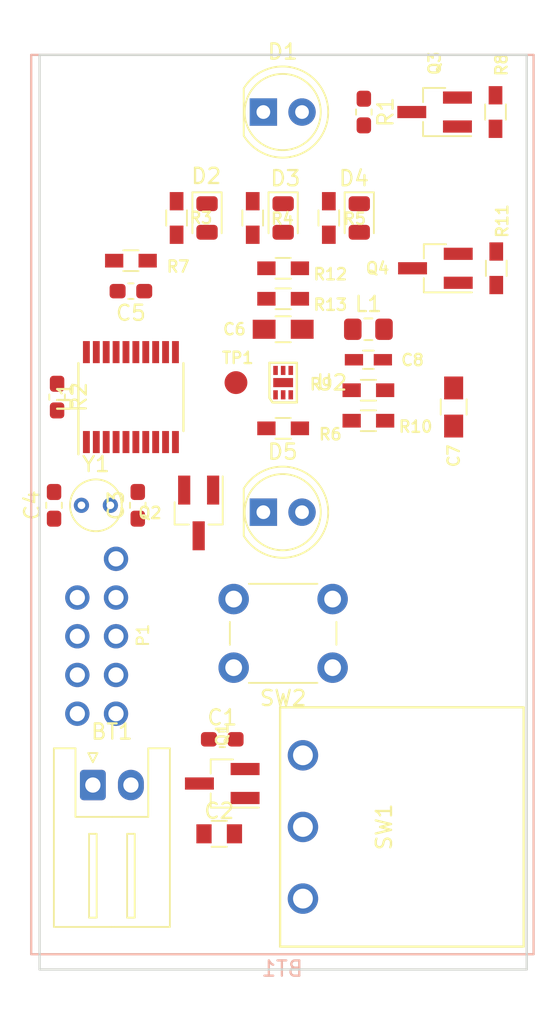
<source format=kicad_pcb>
(kicad_pcb (version 20171130) (host pcbnew 5.0.2-bee76a0~70~ubuntu16.04.1)

  (general
    (thickness 1.6)
    (drawings 13)
    (tracks 0)
    (zones 0)
    (modules 41)
    (nets 31)
  )

  (page A4)
  (layers
    (0 F.Cu signal)
    (31 B.Cu signal)
    (32 B.Adhes user)
    (33 F.Adhes user)
    (34 B.Paste user)
    (35 F.Paste user)
    (36 B.SilkS user)
    (37 F.SilkS user)
    (38 B.Mask user)
    (39 F.Mask user)
    (40 Dwgs.User user)
    (41 Cmts.User user)
    (42 Eco1.User user)
    (43 Eco2.User user)
    (44 Edge.Cuts user)
    (45 Margin user)
    (46 B.CrtYd user)
    (47 F.CrtYd user)
    (48 B.Fab user hide)
    (49 F.Fab user hide)
  )

  (setup
    (last_trace_width 0.25)
    (trace_clearance 0.2)
    (zone_clearance 0.508)
    (zone_45_only no)
    (trace_min 0.2)
    (segment_width 0.2)
    (edge_width 0.15)
    (via_size 0.8)
    (via_drill 0.4)
    (via_min_size 0.4)
    (via_min_drill 0.3)
    (uvia_size 0.3)
    (uvia_drill 0.1)
    (uvias_allowed no)
    (uvia_min_size 0.2)
    (uvia_min_drill 0.1)
    (pcb_text_width 0.3)
    (pcb_text_size 1.5 1.5)
    (mod_edge_width 0.15)
    (mod_text_size 1 1)
    (mod_text_width 0.15)
    (pad_size 1.524 1.524)
    (pad_drill 0.762)
    (pad_to_mask_clearance 0.051)
    (solder_mask_min_width 0.25)
    (aux_axis_origin 0 0)
    (grid_origin 15.3 13.5)
    (visible_elements FFFFFF7F)
    (pcbplotparams
      (layerselection 0x010fc_ffffffff)
      (usegerberextensions false)
      (usegerberattributes false)
      (usegerberadvancedattributes false)
      (creategerberjobfile false)
      (excludeedgelayer true)
      (linewidth 0.100000)
      (plotframeref false)
      (viasonmask false)
      (mode 1)
      (useauxorigin false)
      (hpglpennumber 1)
      (hpglpenspeed 20)
      (hpglpendiameter 15.000000)
      (psnegative false)
      (psa4output false)
      (plotreference true)
      (plotvalue true)
      (plotinvisibletext false)
      (padsonsilk false)
      (subtractmaskfromsilk false)
      (outputformat 1)
      (mirror false)
      (drillshape 1)
      (scaleselection 1)
      (outputdirectory ""))
  )

  (net 0 "")
  (net 1 "Net-(BT1-Pad1)")
  (net 2 GND)
  (net 3 VDD)
  (net 4 /BUTTON)
  (net 5 /RCC_OSC32_OUT)
  (net 6 /RCC_OSC32_IN)
  (net 7 /VLED)
  (net 8 /LIGHT_SENSE)
  (net 9 /SENSE_CONTROL)
  (net 10 /LED_RED_1)
  (net 11 /LED_RED_2)
  (net 12 /LED_RED_3)
  (net 13 "Net-(L1-Pad1)")
  (net 14 /SYS_SWDIO)
  (net 15 /SYS_SWDCLK)
  (net 16 /RESET)
  (net 17 /USART2_TX)
  (net 18 /PWR1)
  (net 19 /IR_LED_EN)
  (net 20 /PWR2)
  (net 21 /REG_EN)
  (net 22 "Net-(Q1-Pad3)")
  (net 23 "Net-(D2-Pad2)")
  (net 24 "Net-(D4-Pad2)")
  (net 25 "Net-(C8-Pad2)")
  (net 26 "Net-(D3-Pad2)")
  (net 27 "Net-(D5-Pad1)")
  (net 28 "Net-(Q3-Pad3)")
  (net 29 "Net-(Q4-Pad3)")
  (net 30 "Net-(R2-Pad2)")

  (net_class Default "This is the default net class."
    (clearance 0.2)
    (trace_width 0.25)
    (via_dia 0.8)
    (via_drill 0.4)
    (uvia_dia 0.3)
    (uvia_drill 0.1)
    (add_net /BUTTON)
    (add_net /IR_LED_EN)
    (add_net /LED_RED_1)
    (add_net /LED_RED_2)
    (add_net /LED_RED_3)
    (add_net /LIGHT_SENSE)
    (add_net /PWR1)
    (add_net /PWR2)
    (add_net /RCC_OSC32_IN)
    (add_net /RCC_OSC32_OUT)
    (add_net /REG_EN)
    (add_net /RESET)
    (add_net /SENSE_CONTROL)
    (add_net /SYS_SWDCLK)
    (add_net /SYS_SWDIO)
    (add_net /USART2_TX)
    (add_net /VLED)
    (add_net GND)
    (add_net "Net-(BT1-Pad1)")
    (add_net "Net-(C8-Pad2)")
    (add_net "Net-(D2-Pad2)")
    (add_net "Net-(D3-Pad2)")
    (add_net "Net-(D4-Pad2)")
    (add_net "Net-(D5-Pad1)")
    (add_net "Net-(L1-Pad1)")
    (add_net "Net-(Q1-Pad3)")
    (add_net "Net-(Q3-Pad3)")
    (add_net "Net-(Q4-Pad3)")
    (add_net "Net-(R2-Pad2)")
    (add_net VDD)
  )

  (module senseBeTx_rev3_fp:2462_BatteryHolder_AAx2 locked (layer B.Cu) (tedit 5C4FF77A) (tstamp 5C6FBA0E)
    (at 31.25 43)
    (fp_text reference BT1 (at -0.01 30.45) (layer B.SilkS)
      (effects (font (size 1 1) (thickness 0.15)) (justify mirror))
    )
    (fp_text value Battery (at 0 31.98) (layer B.Fab)
      (effects (font (size 1 1) (thickness 0.15)) (justify mirror))
    )
    (fp_line (start 16.5 -29.5) (end -16.5 -29.5) (layer B.SilkS) (width 0.15))
    (fp_line (start 16.5 29.5) (end 16.5 -29.5) (layer B.SilkS) (width 0.15))
    (fp_line (start 16.5 29.5) (end -16.5 29.5) (layer B.SilkS) (width 0.15))
    (fp_line (start -16.5 29.5) (end -16.5 -29.5) (layer B.SilkS) (width 0.15))
    (model ${KIPRJMOD}/senseBeTx_rev3_3D_Files/C5404_AAx2_Battery_Holder.step
      (at (xyz 0 0 0))
      (scale (xyz 1 1 1))
      (rotate (xyz 0 0 0))
    )
  )

  (module Connector_JST:JST_XH_S02B-XH-A_1x02_P2.50mm_Horizontal (layer F.Cu) (tedit 5B775209) (tstamp 5C6FA581)
    (at 18.8 61.4)
    (descr "JST XH series connector, S02B-XH-A (http://www.jst-mfg.com/product/pdf/eng/eXH.pdf), generated with kicad-footprint-generator")
    (tags "connector JST XH top entry")
    (path /5BB20932)
    (fp_text reference BT1 (at 1.25 -3.5) (layer F.SilkS)
      (effects (font (size 1 1) (thickness 0.15)))
    )
    (fp_text value Battery (at 1.25 10.4) (layer F.Fab)
      (effects (font (size 1 1) (thickness 0.15)))
    )
    (fp_line (start -2.95 -2.8) (end -2.95 9.7) (layer F.CrtYd) (width 0.05))
    (fp_line (start -2.95 9.7) (end 5.45 9.7) (layer F.CrtYd) (width 0.05))
    (fp_line (start 5.45 9.7) (end 5.45 -2.8) (layer F.CrtYd) (width 0.05))
    (fp_line (start 5.45 -2.8) (end -2.95 -2.8) (layer F.CrtYd) (width 0.05))
    (fp_line (start 1.25 9.31) (end -2.56 9.31) (layer F.SilkS) (width 0.12))
    (fp_line (start -2.56 9.31) (end -2.56 -2.41) (layer F.SilkS) (width 0.12))
    (fp_line (start -2.56 -2.41) (end -1.14 -2.41) (layer F.SilkS) (width 0.12))
    (fp_line (start -1.14 -2.41) (end -1.14 2.09) (layer F.SilkS) (width 0.12))
    (fp_line (start -1.14 2.09) (end 1.25 2.09) (layer F.SilkS) (width 0.12))
    (fp_line (start 1.25 9.31) (end 5.06 9.31) (layer F.SilkS) (width 0.12))
    (fp_line (start 5.06 9.31) (end 5.06 -2.41) (layer F.SilkS) (width 0.12))
    (fp_line (start 5.06 -2.41) (end 3.64 -2.41) (layer F.SilkS) (width 0.12))
    (fp_line (start 3.64 -2.41) (end 3.64 2.09) (layer F.SilkS) (width 0.12))
    (fp_line (start 3.64 2.09) (end 1.25 2.09) (layer F.SilkS) (width 0.12))
    (fp_line (start 1.25 9.2) (end -2.45 9.2) (layer F.Fab) (width 0.1))
    (fp_line (start -2.45 9.2) (end -2.45 -2.3) (layer F.Fab) (width 0.1))
    (fp_line (start -2.45 -2.3) (end -1.25 -2.3) (layer F.Fab) (width 0.1))
    (fp_line (start -1.25 -2.3) (end -1.25 2.2) (layer F.Fab) (width 0.1))
    (fp_line (start -1.25 2.2) (end 1.25 2.2) (layer F.Fab) (width 0.1))
    (fp_line (start 1.25 9.2) (end 4.95 9.2) (layer F.Fab) (width 0.1))
    (fp_line (start 4.95 9.2) (end 4.95 -2.3) (layer F.Fab) (width 0.1))
    (fp_line (start 4.95 -2.3) (end 3.75 -2.3) (layer F.Fab) (width 0.1))
    (fp_line (start 3.75 -2.3) (end 3.75 2.2) (layer F.Fab) (width 0.1))
    (fp_line (start 3.75 2.2) (end 1.25 2.2) (layer F.Fab) (width 0.1))
    (fp_line (start -0.25 3.2) (end -0.25 8.7) (layer F.SilkS) (width 0.12))
    (fp_line (start -0.25 8.7) (end 0.25 8.7) (layer F.SilkS) (width 0.12))
    (fp_line (start 0.25 8.7) (end 0.25 3.2) (layer F.SilkS) (width 0.12))
    (fp_line (start 0.25 3.2) (end -0.25 3.2) (layer F.SilkS) (width 0.12))
    (fp_line (start 2.25 3.2) (end 2.25 8.7) (layer F.SilkS) (width 0.12))
    (fp_line (start 2.25 8.7) (end 2.75 8.7) (layer F.SilkS) (width 0.12))
    (fp_line (start 2.75 8.7) (end 2.75 3.2) (layer F.SilkS) (width 0.12))
    (fp_line (start 2.75 3.2) (end 2.25 3.2) (layer F.SilkS) (width 0.12))
    (fp_line (start 0 -1.5) (end -0.3 -2.1) (layer F.SilkS) (width 0.12))
    (fp_line (start -0.3 -2.1) (end 0.3 -2.1) (layer F.SilkS) (width 0.12))
    (fp_line (start 0.3 -2.1) (end 0 -1.5) (layer F.SilkS) (width 0.12))
    (fp_line (start -0.625 2.2) (end 0 1.2) (layer F.Fab) (width 0.1))
    (fp_line (start 0 1.2) (end 0.625 2.2) (layer F.Fab) (width 0.1))
    (fp_text user %R (at 1.25 3.45) (layer F.Fab)
      (effects (font (size 1 1) (thickness 0.15)))
    )
    (pad 1 thru_hole roundrect (at 0 0) (size 1.7 2) (drill 1) (layers *.Cu *.Mask) (roundrect_rratio 0.147059)
      (net 1 "Net-(BT1-Pad1)"))
    (pad 2 thru_hole oval (at 2.5 0) (size 1.7 2) (drill 1) (layers *.Cu *.Mask)
      (net 2 GND))
    (model ${KISYS3DMOD}/Connector_JST.3dshapes/JST_XH_S02B-XH-A_1x02_P2.50mm_Horizontal.wrl
      (at (xyz 0 0 0))
      (scale (xyz 1 1 1))
      (rotate (xyz 0 0 0))
    )
  )

  (module Capacitor_SMD:C_0603_1608Metric_Pad1.05x0.95mm_HandSolder (layer F.Cu) (tedit 5B301BBE) (tstamp 5C6FA5B4)
    (at 21.75 43.05 90)
    (descr "Capacitor SMD 0603 (1608 Metric), square (rectangular) end terminal, IPC_7351 nominal with elongated pad for handsoldering. (Body size source: http://www.tortai-tech.com/upload/download/2011102023233369053.pdf), generated with kicad-footprint-generator")
    (tags "capacitor handsolder")
    (path /5BB5C810)
    (attr smd)
    (fp_text reference C3 (at 0 -1.43 90) (layer F.SilkS)
      (effects (font (size 1 1) (thickness 0.15)))
    )
    (fp_text value 8pF (at 0 1.43 90) (layer F.Fab)
      (effects (font (size 1 1) (thickness 0.15)))
    )
    (fp_text user %R (at 0 0 90) (layer F.Fab)
      (effects (font (size 0.4 0.4) (thickness 0.06)))
    )
    (fp_line (start 1.65 0.73) (end -1.65 0.73) (layer F.CrtYd) (width 0.05))
    (fp_line (start 1.65 -0.73) (end 1.65 0.73) (layer F.CrtYd) (width 0.05))
    (fp_line (start -1.65 -0.73) (end 1.65 -0.73) (layer F.CrtYd) (width 0.05))
    (fp_line (start -1.65 0.73) (end -1.65 -0.73) (layer F.CrtYd) (width 0.05))
    (fp_line (start -0.171267 0.51) (end 0.171267 0.51) (layer F.SilkS) (width 0.12))
    (fp_line (start -0.171267 -0.51) (end 0.171267 -0.51) (layer F.SilkS) (width 0.12))
    (fp_line (start 0.8 0.4) (end -0.8 0.4) (layer F.Fab) (width 0.1))
    (fp_line (start 0.8 -0.4) (end 0.8 0.4) (layer F.Fab) (width 0.1))
    (fp_line (start -0.8 -0.4) (end 0.8 -0.4) (layer F.Fab) (width 0.1))
    (fp_line (start -0.8 0.4) (end -0.8 -0.4) (layer F.Fab) (width 0.1))
    (pad 2 smd roundrect (at 0.875 0 90) (size 1.05 0.95) (layers F.Cu F.Paste F.Mask) (roundrect_rratio 0.25)
      (net 2 GND))
    (pad 1 smd roundrect (at -0.875 0 90) (size 1.05 0.95) (layers F.Cu F.Paste F.Mask) (roundrect_rratio 0.25)
      (net 5 /RCC_OSC32_OUT))
    (model ${KISYS3DMOD}/Capacitor_SMD.3dshapes/C_0603_1608Metric.wrl
      (at (xyz 0 0 0))
      (scale (xyz 1 1 1))
      (rotate (xyz 0 0 0))
    )
  )

  (module Capacitor_SMD:C_0603_1608Metric_Pad1.05x0.95mm_HandSolder (layer F.Cu) (tedit 5B301BBE) (tstamp 5C6FA5C5)
    (at 16.25 43.05 90)
    (descr "Capacitor SMD 0603 (1608 Metric), square (rectangular) end terminal, IPC_7351 nominal with elongated pad for handsoldering. (Body size source: http://www.tortai-tech.com/upload/download/2011102023233369053.pdf), generated with kicad-footprint-generator")
    (tags "capacitor handsolder")
    (path /5BB5CB21)
    (attr smd)
    (fp_text reference C4 (at 0 -1.43 90) (layer F.SilkS)
      (effects (font (size 1 1) (thickness 0.15)))
    )
    (fp_text value 8pF (at 0 1.43 90) (layer F.Fab)
      (effects (font (size 1 1) (thickness 0.15)))
    )
    (fp_line (start -0.8 0.4) (end -0.8 -0.4) (layer F.Fab) (width 0.1))
    (fp_line (start -0.8 -0.4) (end 0.8 -0.4) (layer F.Fab) (width 0.1))
    (fp_line (start 0.8 -0.4) (end 0.8 0.4) (layer F.Fab) (width 0.1))
    (fp_line (start 0.8 0.4) (end -0.8 0.4) (layer F.Fab) (width 0.1))
    (fp_line (start -0.171267 -0.51) (end 0.171267 -0.51) (layer F.SilkS) (width 0.12))
    (fp_line (start -0.171267 0.51) (end 0.171267 0.51) (layer F.SilkS) (width 0.12))
    (fp_line (start -1.65 0.73) (end -1.65 -0.73) (layer F.CrtYd) (width 0.05))
    (fp_line (start -1.65 -0.73) (end 1.65 -0.73) (layer F.CrtYd) (width 0.05))
    (fp_line (start 1.65 -0.73) (end 1.65 0.73) (layer F.CrtYd) (width 0.05))
    (fp_line (start 1.65 0.73) (end -1.65 0.73) (layer F.CrtYd) (width 0.05))
    (fp_text user %R (at 0 0 90) (layer F.Fab)
      (effects (font (size 0.4 0.4) (thickness 0.06)))
    )
    (pad 1 smd roundrect (at -0.875 0 90) (size 1.05 0.95) (layers F.Cu F.Paste F.Mask) (roundrect_rratio 0.25)
      (net 6 /RCC_OSC32_IN))
    (pad 2 smd roundrect (at 0.875 0 90) (size 1.05 0.95) (layers F.Cu F.Paste F.Mask) (roundrect_rratio 0.25)
      (net 2 GND))
    (model ${KISYS3DMOD}/Capacitor_SMD.3dshapes/C_0603_1608Metric.wrl
      (at (xyz 0 0 0))
      (scale (xyz 1 1 1))
      (rotate (xyz 0 0 0))
    )
  )

  (module Capacitor_SMD:C_0603_1608Metric_Pad1.05x0.95mm_HandSolder (layer F.Cu) (tedit 5B301BBE) (tstamp 5C6FD42D)
    (at 21.3 29 180)
    (descr "Capacitor SMD 0603 (1608 Metric), square (rectangular) end terminal, IPC_7351 nominal with elongated pad for handsoldering. (Body size source: http://www.tortai-tech.com/upload/download/2011102023233369053.pdf), generated with kicad-footprint-generator")
    (tags "capacitor handsolder")
    (path /5BBABF7A)
    (attr smd)
    (fp_text reference C5 (at 0 -1.43 180) (layer F.SilkS)
      (effects (font (size 1 1) (thickness 0.15)))
    )
    (fp_text value 100nF (at 0 1.43 180) (layer F.Fab)
      (effects (font (size 1 1) (thickness 0.15)))
    )
    (fp_line (start -0.8 0.4) (end -0.8 -0.4) (layer F.Fab) (width 0.1))
    (fp_line (start -0.8 -0.4) (end 0.8 -0.4) (layer F.Fab) (width 0.1))
    (fp_line (start 0.8 -0.4) (end 0.8 0.4) (layer F.Fab) (width 0.1))
    (fp_line (start 0.8 0.4) (end -0.8 0.4) (layer F.Fab) (width 0.1))
    (fp_line (start -0.171267 -0.51) (end 0.171267 -0.51) (layer F.SilkS) (width 0.12))
    (fp_line (start -0.171267 0.51) (end 0.171267 0.51) (layer F.SilkS) (width 0.12))
    (fp_line (start -1.65 0.73) (end -1.65 -0.73) (layer F.CrtYd) (width 0.05))
    (fp_line (start -1.65 -0.73) (end 1.65 -0.73) (layer F.CrtYd) (width 0.05))
    (fp_line (start 1.65 -0.73) (end 1.65 0.73) (layer F.CrtYd) (width 0.05))
    (fp_line (start 1.65 0.73) (end -1.65 0.73) (layer F.CrtYd) (width 0.05))
    (fp_text user %R (at 0 0 180) (layer F.Fab)
      (effects (font (size 0.4 0.4) (thickness 0.06)))
    )
    (pad 1 smd roundrect (at -0.875 0 180) (size 1.05 0.95) (layers F.Cu F.Paste F.Mask) (roundrect_rratio 0.25)
      (net 2 GND))
    (pad 2 smd roundrect (at 0.875 0 180) (size 1.05 0.95) (layers F.Cu F.Paste F.Mask) (roundrect_rratio 0.25)
      (net 3 VDD))
    (model ${KISYS3DMOD}/Capacitor_SMD.3dshapes/C_0603_1608Metric.wrl
      (at (xyz 0 0 0))
      (scale (xyz 1 1 1))
      (rotate (xyz 0 0 0))
    )
  )

  (module senseBeTx_rev3_fp:C_0805_HandSoldering (layer F.Cu) (tedit 58AA84A8) (tstamp 5C6FA5E7)
    (at 31.3 31.5)
    (descr "Capacitor SMD 0805, hand soldering")
    (tags "capacitor 0805")
    (path /5C28F1F7)
    (attr smd)
    (fp_text reference C6 (at -3.2 0) (layer F.SilkS)
      (effects (font (size 0.75 0.75) (thickness 0.15)))
    )
    (fp_text value 22u (at 0 1.75) (layer F.Fab)
      (effects (font (size 0.75 0.75) (thickness 0.15)))
    )
    (fp_text user %R (at 0 -1.75) (layer F.Fab)
      (effects (font (size 1 1) (thickness 0.15)))
    )
    (fp_line (start -1 0.62) (end -1 -0.62) (layer F.Fab) (width 0.1))
    (fp_line (start 1 0.62) (end -1 0.62) (layer F.Fab) (width 0.1))
    (fp_line (start 1 -0.62) (end 1 0.62) (layer F.Fab) (width 0.1))
    (fp_line (start -1 -0.62) (end 1 -0.62) (layer F.Fab) (width 0.1))
    (fp_line (start 0.5 -0.85) (end -0.5 -0.85) (layer F.SilkS) (width 0.12))
    (fp_line (start -0.5 0.85) (end 0.5 0.85) (layer F.SilkS) (width 0.12))
    (fp_line (start -2.25 -0.88) (end 2.25 -0.88) (layer F.CrtYd) (width 0.05))
    (fp_line (start -2.25 -0.88) (end -2.25 0.87) (layer F.CrtYd) (width 0.05))
    (fp_line (start 2.25 0.87) (end 2.25 -0.88) (layer F.CrtYd) (width 0.05))
    (fp_line (start 2.25 0.87) (end -2.25 0.87) (layer F.CrtYd) (width 0.05))
    (pad 1 smd rect (at -1.25 0) (size 1.5 1.25) (layers F.Cu F.Paste F.Mask)
      (net 3 VDD))
    (pad 2 smd rect (at 1.25 0) (size 1.5 1.25) (layers F.Cu F.Paste F.Mask)
      (net 2 GND))
    (model Capacitors_SMD.3dshapes/C_0805.wrl
      (at (xyz 0 0 0))
      (scale (xyz 1 1 1))
      (rotate (xyz 0 0 0))
    )
  )

  (module LED_THT:LED_D5.0mm locked (layer F.Cu) (tedit 5995936A) (tstamp 5C6FA61B)
    (at 30 17.25)
    (descr "LED, diameter 5.0mm, 2 pins, http://cdn-reichelt.de/documents/datenblatt/A500/LL-504BC2E-009.pdf")
    (tags "LED diameter 5.0mm 2 pins")
    (path /5BB20E44)
    (fp_text reference D1 (at 1.27 -3.96) (layer F.SilkS)
      (effects (font (size 1 1) (thickness 0.15)))
    )
    (fp_text value D_Photo (at 1.27 3.96) (layer F.Fab)
      (effects (font (size 1 1) (thickness 0.15)))
    )
    (fp_text user %R (at 1.25 0) (layer F.Fab)
      (effects (font (size 0.8 0.8) (thickness 0.2)))
    )
    (fp_line (start 4.5 -3.25) (end -1.95 -3.25) (layer F.CrtYd) (width 0.05))
    (fp_line (start 4.5 3.25) (end 4.5 -3.25) (layer F.CrtYd) (width 0.05))
    (fp_line (start -1.95 3.25) (end 4.5 3.25) (layer F.CrtYd) (width 0.05))
    (fp_line (start -1.95 -3.25) (end -1.95 3.25) (layer F.CrtYd) (width 0.05))
    (fp_line (start -1.29 -1.545) (end -1.29 1.545) (layer F.SilkS) (width 0.12))
    (fp_line (start -1.23 -1.469694) (end -1.23 1.469694) (layer F.Fab) (width 0.1))
    (fp_circle (center 1.27 0) (end 3.77 0) (layer F.SilkS) (width 0.12))
    (fp_circle (center 1.27 0) (end 3.77 0) (layer F.Fab) (width 0.1))
    (fp_arc (start 1.27 0) (end -1.29 1.54483) (angle -148.9) (layer F.SilkS) (width 0.12))
    (fp_arc (start 1.27 0) (end -1.29 -1.54483) (angle 148.9) (layer F.SilkS) (width 0.12))
    (fp_arc (start 1.27 0) (end -1.23 -1.469694) (angle 299.1) (layer F.Fab) (width 0.1))
    (pad 2 thru_hole circle (at 2.54 0) (size 1.8 1.8) (drill 0.9) (layers *.Cu *.Mask)
      (net 8 /LIGHT_SENSE))
    (pad 1 thru_hole rect (at 0 0) (size 1.8 1.8) (drill 0.9) (layers *.Cu *.Mask)
      (net 9 /SENSE_CONTROL))
    (model ${KISYS3DMOD}/LED_THT.3dshapes/LED_D5.0mm.wrl
      (at (xyz 0 0 0))
      (scale (xyz 1 1 1))
      (rotate (xyz 0 0 0))
    )
  )

  (module LED_SMD:LED_0805_2012Metric (layer F.Cu) (tedit 5B36C52C) (tstamp 5C7B7F0E)
    (at 26.3 24.2 270)
    (descr "LED SMD 0805 (2012 Metric), square (rectangular) end terminal, IPC_7351 nominal, (Body size source: https://docs.google.com/spreadsheets/d/1BsfQQcO9C6DZCsRaXUlFlo91Tg2WpOkGARC1WS5S8t0/edit?usp=sharing), generated with kicad-footprint-generator")
    (tags diode)
    (path /5C4DFD9D)
    (attr smd)
    (fp_text reference D2 (at -2.75 0.05) (layer F.SilkS)
      (effects (font (size 1 1) (thickness 0.15)))
    )
    (fp_text value LED (at 0 1.65 270) (layer F.Fab)
      (effects (font (size 1 1) (thickness 0.15)))
    )
    (fp_line (start 1 -0.6) (end -0.7 -0.6) (layer F.Fab) (width 0.1))
    (fp_line (start -0.7 -0.6) (end -1 -0.3) (layer F.Fab) (width 0.1))
    (fp_line (start -1 -0.3) (end -1 0.6) (layer F.Fab) (width 0.1))
    (fp_line (start -1 0.6) (end 1 0.6) (layer F.Fab) (width 0.1))
    (fp_line (start 1 0.6) (end 1 -0.6) (layer F.Fab) (width 0.1))
    (fp_line (start 1 -0.96) (end -1.685 -0.96) (layer F.SilkS) (width 0.12))
    (fp_line (start -1.685 -0.96) (end -1.685 0.96) (layer F.SilkS) (width 0.12))
    (fp_line (start -1.685 0.96) (end 1 0.96) (layer F.SilkS) (width 0.12))
    (fp_line (start -1.68 0.95) (end -1.68 -0.95) (layer F.CrtYd) (width 0.05))
    (fp_line (start -1.68 -0.95) (end 1.68 -0.95) (layer F.CrtYd) (width 0.05))
    (fp_line (start 1.68 -0.95) (end 1.68 0.95) (layer F.CrtYd) (width 0.05))
    (fp_line (start 1.68 0.95) (end -1.68 0.95) (layer F.CrtYd) (width 0.05))
    (fp_text user %R (at 0 0 270) (layer F.Fab)
      (effects (font (size 0.5 0.5) (thickness 0.08)))
    )
    (pad 1 smd roundrect (at -0.9375 0 270) (size 0.975 1.4) (layers F.Cu F.Paste F.Mask) (roundrect_rratio 0.25)
      (net 2 GND))
    (pad 2 smd roundrect (at 0.9375 0 270) (size 0.975 1.4) (layers F.Cu F.Paste F.Mask) (roundrect_rratio 0.25)
      (net 23 "Net-(D2-Pad2)"))
    (model ${KISYS3DMOD}/LED_SMD.3dshapes/LED_0805_2012Metric.wrl
      (at (xyz 0 0 0))
      (scale (xyz 1 1 1))
      (rotate (xyz 0 0 0))
    )
  )

  (module LED_SMD:LED_0805_2012Metric (layer F.Cu) (tedit 5B36C52C) (tstamp 5C7B7DAD)
    (at 36.3 24.2 270)
    (descr "LED SMD 0805 (2012 Metric), square (rectangular) end terminal, IPC_7351 nominal, (Body size source: https://docs.google.com/spreadsheets/d/1BsfQQcO9C6DZCsRaXUlFlo91Tg2WpOkGARC1WS5S8t0/edit?usp=sharing), generated with kicad-footprint-generator")
    (tags diode)
    (path /5C4E00A0)
    (attr smd)
    (fp_text reference D4 (at -2.6 0.35) (layer F.SilkS)
      (effects (font (size 1 1) (thickness 0.15)))
    )
    (fp_text value LED (at 0 1.65 270) (layer F.Fab)
      (effects (font (size 1 1) (thickness 0.15)))
    )
    (fp_text user %R (at 0 0 270) (layer F.Fab)
      (effects (font (size 0.5 0.5) (thickness 0.08)))
    )
    (fp_line (start 1.68 0.95) (end -1.68 0.95) (layer F.CrtYd) (width 0.05))
    (fp_line (start 1.68 -0.95) (end 1.68 0.95) (layer F.CrtYd) (width 0.05))
    (fp_line (start -1.68 -0.95) (end 1.68 -0.95) (layer F.CrtYd) (width 0.05))
    (fp_line (start -1.68 0.95) (end -1.68 -0.95) (layer F.CrtYd) (width 0.05))
    (fp_line (start -1.685 0.96) (end 1 0.96) (layer F.SilkS) (width 0.12))
    (fp_line (start -1.685 -0.96) (end -1.685 0.96) (layer F.SilkS) (width 0.12))
    (fp_line (start 1 -0.96) (end -1.685 -0.96) (layer F.SilkS) (width 0.12))
    (fp_line (start 1 0.6) (end 1 -0.6) (layer F.Fab) (width 0.1))
    (fp_line (start -1 0.6) (end 1 0.6) (layer F.Fab) (width 0.1))
    (fp_line (start -1 -0.3) (end -1 0.6) (layer F.Fab) (width 0.1))
    (fp_line (start -0.7 -0.6) (end -1 -0.3) (layer F.Fab) (width 0.1))
    (fp_line (start 1 -0.6) (end -0.7 -0.6) (layer F.Fab) (width 0.1))
    (pad 2 smd roundrect (at 0.9375 0 270) (size 0.975 1.4) (layers F.Cu F.Paste F.Mask) (roundrect_rratio 0.25)
      (net 24 "Net-(D4-Pad2)"))
    (pad 1 smd roundrect (at -0.9375 0 270) (size 0.975 1.4) (layers F.Cu F.Paste F.Mask) (roundrect_rratio 0.25)
      (net 2 GND))
    (model ${KISYS3DMOD}/LED_SMD.3dshapes/LED_0805_2012Metric.wrl
      (at (xyz 0 0 0))
      (scale (xyz 1 1 1))
      (rotate (xyz 0 0 0))
    )
  )

  (module Inductor_SMD:L_0805_2012Metric_Pad1.15x1.40mm_HandSolder (layer F.Cu) (tedit 5B36C52B) (tstamp 5C6FA677)
    (at 36.9 31.5)
    (descr "Capacitor SMD 0805 (2012 Metric), square (rectangular) end terminal, IPC_7351 nominal with elongated pad for handsoldering. (Body size source: https://docs.google.com/spreadsheets/d/1BsfQQcO9C6DZCsRaXUlFlo91Tg2WpOkGARC1WS5S8t0/edit?usp=sharing), generated with kicad-footprint-generator")
    (tags "inductor handsolder")
    (path /5C29A048)
    (attr smd)
    (fp_text reference L1 (at 0 -1.65) (layer F.SilkS)
      (effects (font (size 1 1) (thickness 0.15)))
    )
    (fp_text value 22u (at 0 1.65) (layer F.Fab)
      (effects (font (size 1 1) (thickness 0.15)))
    )
    (fp_line (start -1 0.6) (end -1 -0.6) (layer F.Fab) (width 0.1))
    (fp_line (start -1 -0.6) (end 1 -0.6) (layer F.Fab) (width 0.1))
    (fp_line (start 1 -0.6) (end 1 0.6) (layer F.Fab) (width 0.1))
    (fp_line (start 1 0.6) (end -1 0.6) (layer F.Fab) (width 0.1))
    (fp_line (start -0.261252 -0.71) (end 0.261252 -0.71) (layer F.SilkS) (width 0.12))
    (fp_line (start -0.261252 0.71) (end 0.261252 0.71) (layer F.SilkS) (width 0.12))
    (fp_line (start -1.85 0.95) (end -1.85 -0.95) (layer F.CrtYd) (width 0.05))
    (fp_line (start -1.85 -0.95) (end 1.85 -0.95) (layer F.CrtYd) (width 0.05))
    (fp_line (start 1.85 -0.95) (end 1.85 0.95) (layer F.CrtYd) (width 0.05))
    (fp_line (start 1.85 0.95) (end -1.85 0.95) (layer F.CrtYd) (width 0.05))
    (fp_text user %R (at 0 0) (layer F.Fab)
      (effects (font (size 0.5 0.5) (thickness 0.08)))
    )
    (pad 1 smd roundrect (at -1.025 0) (size 1.15 1.4) (layers F.Cu F.Paste F.Mask) (roundrect_rratio 0.217391)
      (net 13 "Net-(L1-Pad1)"))
    (pad 2 smd roundrect (at 1.025 0) (size 1.15 1.4) (layers F.Cu F.Paste F.Mask) (roundrect_rratio 0.217391)
      (net 7 /VLED))
    (model ${KISYS3DMOD}/Inductor_SMD.3dshapes/L_0805_2012Metric.wrl
      (at (xyz 0 0 0))
      (scale (xyz 1 1 1))
      (rotate (xyz 0 0 0))
    )
  )

  (module MountingHole:MountingHole_3.2mm_M3 locked (layer F.Cu) (tedit 5C4EB3C0) (tstamp 5C6FA67F)
    (at 39.5 43)
    (descr "Mounting Hole 3.2mm, no annular, M3")
    (tags "mounting hole 3.2mm no annular m3")
    (path /5BB5BE10)
    (attr virtual)
    (fp_text reference MK1 (at 0 -4.2) (layer F.SilkS) hide
      (effects (font (size 1 1) (thickness 0.15)))
    )
    (fp_text value Mounting_Hole (at 0 4.2) (layer F.Fab)
      (effects (font (size 1 1) (thickness 0.15)))
    )
    (fp_text user %R (at 0.3 0) (layer F.Fab)
      (effects (font (size 1 1) (thickness 0.15)))
    )
    (fp_circle (center 0 0) (end 3.2 0) (layer Cmts.User) (width 0.15))
    (fp_circle (center 0 0) (end 3.45 0) (layer F.CrtYd) (width 0.05))
    (pad 1 np_thru_hole circle (at 0 0) (size 3.2 3.2) (drill 3.2) (layers *.Cu *.Mask))
  )

  (module senseBeTx_rev3_fp:prog_connect_2x3 (layer F.Cu) (tedit 5C2F1082) (tstamp 5C6FA699)
    (at 19.05 49.1 90)
    (descr "Tag-Connect programming header; http://www.tag-connect.com/Materials/TC2050-IDC-NL%20Datasheet.pdf")
    (tags "tag connect programming header pogo pins")
    (path /5BB20B0C)
    (attr virtual)
    (fp_text reference P1 (at -2.48 3.04 -90) (layer F.SilkS)
      (effects (font (size 0.762 0.762) (thickness 0.127)))
    )
    (fp_text value CONN_02X05 (at -2.33 -3.03 90) (layer F.Fab)
      (effects (font (size 0.762 0.762) (thickness 0.127)))
    )
    (fp_line (start -6.5 2.25) (end -6.5 -2.25) (layer F.CrtYd) (width 0.05))
    (fp_line (start -6.5 2.25) (end 1.5 2.25) (layer F.CrtYd) (width 0.05))
    (fp_line (start 1.5 -2.25) (end 1.5 2.25) (layer F.CrtYd) (width 0.05))
    (fp_line (start -6.5 -2.25) (end 1.5 -2.25) (layer F.CrtYd) (width 0.05))
    (fp_text user %R (at 0 0 90) (layer F.Fab)
      (effects (font (size 1 1) (thickness 0.15)))
    )
    (pad "" np_thru_hole circle (at 2.54 1.27 90) (size 1.6 1.6) (drill 1) (layers *.Cu *.Mask))
    (pad "" np_thru_hole circle (at -7.62 -1.27 90) (size 1.6 1.6) (drill 1) (layers *.Cu *.Mask))
    (pad 1 thru_hole circle (at -5.08 1.27 90) (size 1.6 1.6) (drill 1) (layers *.Cu *.Mask)
      (net 14 /SYS_SWDIO))
    (pad 3 thru_hole circle (at -2.54 1.27 90) (size 1.6 1.6) (drill 1) (layers *.Cu *.Mask)
      (net 15 /SYS_SWDCLK))
    (pad 5 thru_hole circle (at 0 1.27 90) (size 1.6 1.6) (drill 1) (layers *.Cu *.Mask)
      (net 16 /RESET))
    (pad 6 thru_hole circle (at 0 -1.27 90) (size 1.6 1.6) (drill 1) (layers *.Cu *.Mask)
      (net 2 GND))
    (pad 4 thru_hole circle (at -2.54 -1.27 90) (size 1.6 1.6) (drill 1) (layers *.Cu *.Mask)
      (net 3 VDD))
    (pad 2 thru_hole circle (at -5.08 -1.27 90) (size 1.6 1.6) (drill 1) (layers *.Cu *.Mask)
      (net 17 /USART2_TX))
    (pad "" np_thru_hole circle (at -7.62 1.27 90) (size 1.6 1.6) (drill 1) (layers *.Cu *.Mask))
  )

  (module senseBeTx_rev3_fp:R_0603_HandSoldering (layer F.Cu) (tedit 58E0A804) (tstamp 5C6FA70B)
    (at 45.25 17.25 90)
    (descr "Resistor SMD 0603, hand soldering")
    (tags "resistor 0603")
    (path /5C2A0A0F)
    (attr smd)
    (fp_text reference R8 (at 3.1 0.39 90) (layer F.SilkS)
      (effects (font (size 0.75 0.75) (thickness 0.15)))
    )
    (fp_text value 470k (at 0 1.55 90) (layer F.Fab)
      (effects (font (size 0.75 0.75) (thickness 0.15)))
    )
    (fp_text user %R (at 0 0 90) (layer F.Fab)
      (effects (font (size 0.4 0.4) (thickness 0.075)))
    )
    (fp_line (start -0.8 0.4) (end -0.8 -0.4) (layer F.Fab) (width 0.1))
    (fp_line (start 0.8 0.4) (end -0.8 0.4) (layer F.Fab) (width 0.1))
    (fp_line (start 0.8 -0.4) (end 0.8 0.4) (layer F.Fab) (width 0.1))
    (fp_line (start -0.8 -0.4) (end 0.8 -0.4) (layer F.Fab) (width 0.1))
    (fp_line (start 0.5 0.68) (end -0.5 0.68) (layer F.SilkS) (width 0.12))
    (fp_line (start -0.5 -0.68) (end 0.5 -0.68) (layer F.SilkS) (width 0.12))
    (fp_line (start -1.96 -0.7) (end 1.95 -0.7) (layer F.CrtYd) (width 0.05))
    (fp_line (start -1.96 -0.7) (end -1.96 0.7) (layer F.CrtYd) (width 0.05))
    (fp_line (start 1.95 0.7) (end 1.95 -0.7) (layer F.CrtYd) (width 0.05))
    (fp_line (start 1.95 0.7) (end -1.96 0.7) (layer F.CrtYd) (width 0.05))
    (pad 1 smd rect (at -1.1 0 90) (size 1.2 0.9) (layers F.Cu F.Paste F.Mask)
      (net 18 /PWR1))
    (pad 2 smd rect (at 1.1 0 90) (size 1.2 0.9) (layers F.Cu F.Paste F.Mask)
      (net 2 GND))
    (model ${KISYS3DMOD}/Resistors_SMD.3dshapes/R_0603.wrl
      (at (xyz 0 0 0))
      (scale (xyz 1 1 1))
      (rotate (xyz 0 0 0))
    )
  )

  (module senseBeTx_rev3_fp:R_0603_HandSoldering (layer F.Cu) (tedit 58E0A804) (tstamp 5C6FA71C)
    (at 36.9 37.5)
    (descr "Resistor SMD 0603, hand soldering")
    (tags "resistor 0603")
    (path /5C29AE9D)
    (attr smd)
    (fp_text reference R10 (at 3.1 0.39) (layer F.SilkS)
      (effects (font (size 0.75 0.75) (thickness 0.15)))
    )
    (fp_text value 470k (at 0 1.55) (layer F.Fab)
      (effects (font (size 0.75 0.75) (thickness 0.15)))
    )
    (fp_text user %R (at 0 0) (layer F.Fab)
      (effects (font (size 0.4 0.4) (thickness 0.075)))
    )
    (fp_line (start -0.8 0.4) (end -0.8 -0.4) (layer F.Fab) (width 0.1))
    (fp_line (start 0.8 0.4) (end -0.8 0.4) (layer F.Fab) (width 0.1))
    (fp_line (start 0.8 -0.4) (end 0.8 0.4) (layer F.Fab) (width 0.1))
    (fp_line (start -0.8 -0.4) (end 0.8 -0.4) (layer F.Fab) (width 0.1))
    (fp_line (start 0.5 0.68) (end -0.5 0.68) (layer F.SilkS) (width 0.12))
    (fp_line (start -0.5 -0.68) (end 0.5 -0.68) (layer F.SilkS) (width 0.12))
    (fp_line (start -1.96 -0.7) (end 1.95 -0.7) (layer F.CrtYd) (width 0.05))
    (fp_line (start -1.96 -0.7) (end -1.96 0.7) (layer F.CrtYd) (width 0.05))
    (fp_line (start 1.95 0.7) (end 1.95 -0.7) (layer F.CrtYd) (width 0.05))
    (fp_line (start 1.95 0.7) (end -1.96 0.7) (layer F.CrtYd) (width 0.05))
    (pad 1 smd rect (at -1.1 0) (size 1.2 0.9) (layers F.Cu F.Paste F.Mask)
      (net 25 "Net-(C8-Pad2)"))
    (pad 2 smd rect (at 1.1 0) (size 1.2 0.9) (layers F.Cu F.Paste F.Mask)
      (net 2 GND))
    (model ${KISYS3DMOD}/Resistors_SMD.3dshapes/R_0603.wrl
      (at (xyz 0 0 0))
      (scale (xyz 1 1 1))
      (rotate (xyz 0 0 0))
    )
  )

  (module senseBeTx_rev3_fp:R_0603_HandSoldering (layer F.Cu) (tedit 58E0A804) (tstamp 5C7B81BC)
    (at 45.3 27.5 90)
    (descr "Resistor SMD 0603, hand soldering")
    (tags "resistor 0603")
    (path /5C2A23C3)
    (attr smd)
    (fp_text reference R11 (at 3.1 0.39 90) (layer F.SilkS)
      (effects (font (size 0.75 0.75) (thickness 0.15)))
    )
    (fp_text value 470k (at 0 1.55 90) (layer F.Fab)
      (effects (font (size 0.75 0.75) (thickness 0.15)))
    )
    (fp_line (start 1.95 0.7) (end -1.96 0.7) (layer F.CrtYd) (width 0.05))
    (fp_line (start 1.95 0.7) (end 1.95 -0.7) (layer F.CrtYd) (width 0.05))
    (fp_line (start -1.96 -0.7) (end -1.96 0.7) (layer F.CrtYd) (width 0.05))
    (fp_line (start -1.96 -0.7) (end 1.95 -0.7) (layer F.CrtYd) (width 0.05))
    (fp_line (start -0.5 -0.68) (end 0.5 -0.68) (layer F.SilkS) (width 0.12))
    (fp_line (start 0.5 0.68) (end -0.5 0.68) (layer F.SilkS) (width 0.12))
    (fp_line (start -0.8 -0.4) (end 0.8 -0.4) (layer F.Fab) (width 0.1))
    (fp_line (start 0.8 -0.4) (end 0.8 0.4) (layer F.Fab) (width 0.1))
    (fp_line (start 0.8 0.4) (end -0.8 0.4) (layer F.Fab) (width 0.1))
    (fp_line (start -0.8 0.4) (end -0.8 -0.4) (layer F.Fab) (width 0.1))
    (fp_text user %R (at 0 0 90) (layer F.Fab)
      (effects (font (size 0.4 0.4) (thickness 0.075)))
    )
    (pad 2 smd rect (at 1.1 0 90) (size 1.2 0.9) (layers F.Cu F.Paste F.Mask)
      (net 2 GND))
    (pad 1 smd rect (at -1.1 0 90) (size 1.2 0.9) (layers F.Cu F.Paste F.Mask)
      (net 20 /PWR2))
    (model ${KISYS3DMOD}/Resistors_SMD.3dshapes/R_0603.wrl
      (at (xyz 0 0 0))
      (scale (xyz 1 1 1))
      (rotate (xyz 0 0 0))
    )
  )

  (module senseBeTx_rev3_fp:R_0603_HandSoldering (layer F.Cu) (tedit 58E0A804) (tstamp 5C4EDB12)
    (at 31.3 27.5)
    (descr "Resistor SMD 0603, hand soldering")
    (tags "resistor 0603")
    (path /5C29C39A)
    (attr smd)
    (fp_text reference R12 (at 3.1 0.39) (layer F.SilkS)
      (effects (font (size 0.75 0.75) (thickness 0.15)))
    )
    (fp_text value 4.7M (at 0 1.55) (layer F.Fab)
      (effects (font (size 0.75 0.75) (thickness 0.15)))
    )
    (fp_line (start 1.95 0.7) (end -1.96 0.7) (layer F.CrtYd) (width 0.05))
    (fp_line (start 1.95 0.7) (end 1.95 -0.7) (layer F.CrtYd) (width 0.05))
    (fp_line (start -1.96 -0.7) (end -1.96 0.7) (layer F.CrtYd) (width 0.05))
    (fp_line (start -1.96 -0.7) (end 1.95 -0.7) (layer F.CrtYd) (width 0.05))
    (fp_line (start -0.5 -0.68) (end 0.5 -0.68) (layer F.SilkS) (width 0.12))
    (fp_line (start 0.5 0.68) (end -0.5 0.68) (layer F.SilkS) (width 0.12))
    (fp_line (start -0.8 -0.4) (end 0.8 -0.4) (layer F.Fab) (width 0.1))
    (fp_line (start 0.8 -0.4) (end 0.8 0.4) (layer F.Fab) (width 0.1))
    (fp_line (start 0.8 0.4) (end -0.8 0.4) (layer F.Fab) (width 0.1))
    (fp_line (start -0.8 0.4) (end -0.8 -0.4) (layer F.Fab) (width 0.1))
    (fp_text user %R (at 0 0) (layer F.Fab)
      (effects (font (size 0.4 0.4) (thickness 0.075)))
    )
    (pad 2 smd rect (at 1.1 0) (size 1.2 0.9) (layers F.Cu F.Paste F.Mask)
      (net 28 "Net-(Q3-Pad3)"))
    (pad 1 smd rect (at -1.1 0) (size 1.2 0.9) (layers F.Cu F.Paste F.Mask)
      (net 25 "Net-(C8-Pad2)"))
    (model ${KISYS3DMOD}/Resistors_SMD.3dshapes/R_0603.wrl
      (at (xyz 0 0 0))
      (scale (xyz 1 1 1))
      (rotate (xyz 0 0 0))
    )
  )

  (module senseBeTx_rev3_fp:R_0603_HandSoldering (layer F.Cu) (tedit 58E0A804) (tstamp 5C6FA74F)
    (at 31.3 29.5)
    (descr "Resistor SMD 0603, hand soldering")
    (tags "resistor 0603")
    (path /5C29D6DF)
    (attr smd)
    (fp_text reference R13 (at 3.1 0.39) (layer F.SilkS)
      (effects (font (size 0.75 0.75) (thickness 0.15)))
    )
    (fp_text value 1.2M (at 0 1.55) (layer F.Fab)
      (effects (font (size 0.75 0.75) (thickness 0.15)))
    )
    (fp_line (start 1.95 0.7) (end -1.96 0.7) (layer F.CrtYd) (width 0.05))
    (fp_line (start 1.95 0.7) (end 1.95 -0.7) (layer F.CrtYd) (width 0.05))
    (fp_line (start -1.96 -0.7) (end -1.96 0.7) (layer F.CrtYd) (width 0.05))
    (fp_line (start -1.96 -0.7) (end 1.95 -0.7) (layer F.CrtYd) (width 0.05))
    (fp_line (start -0.5 -0.68) (end 0.5 -0.68) (layer F.SilkS) (width 0.12))
    (fp_line (start 0.5 0.68) (end -0.5 0.68) (layer F.SilkS) (width 0.12))
    (fp_line (start -0.8 -0.4) (end 0.8 -0.4) (layer F.Fab) (width 0.1))
    (fp_line (start 0.8 -0.4) (end 0.8 0.4) (layer F.Fab) (width 0.1))
    (fp_line (start 0.8 0.4) (end -0.8 0.4) (layer F.Fab) (width 0.1))
    (fp_line (start -0.8 0.4) (end -0.8 -0.4) (layer F.Fab) (width 0.1))
    (fp_text user %R (at 0 0) (layer F.Fab)
      (effects (font (size 0.4 0.4) (thickness 0.075)))
    )
    (pad 2 smd rect (at 1.1 0) (size 1.2 0.9) (layers F.Cu F.Paste F.Mask)
      (net 29 "Net-(Q4-Pad3)"))
    (pad 1 smd rect (at -1.1 0) (size 1.2 0.9) (layers F.Cu F.Paste F.Mask)
      (net 25 "Net-(C8-Pad2)"))
    (model ${KISYS3DMOD}/Resistors_SMD.3dshapes/R_0603.wrl
      (at (xyz 0 0 0))
      (scale (xyz 1 1 1))
      (rotate (xyz 0 0 0))
    )
  )

  (module senseBeTx_rev3_fp:Measurement_Point_Round-SMD-Pad_Small (layer F.Cu) (tedit 56C35ED0) (tstamp 5C6FA7B2)
    (at 28.2 35)
    (descr "Mesurement Point, Round, SMD Pad, DM 1.5mm,")
    (tags "Mesurement Point Round SMD Pad 1.5mm")
    (path /5C2BAE84)
    (attr virtual)
    (fp_text reference TP1 (at 0.12 -1.62) (layer F.SilkS)
      (effects (font (size 0.75 0.75) (thickness 0.15)))
    )
    (fp_text value FB_TP (at 0 2) (layer F.Fab)
      (effects (font (size 0.75 0.75) (thickness 0.15)))
    )
    (fp_circle (center 0 0) (end 1 0) (layer F.CrtYd) (width 0.05))
    (pad 1 smd circle (at 0 0) (size 1.5 1.5) (layers F.Cu F.Mask)
      (net 25 "Net-(C8-Pad2)"))
  )

  (module Package_SO:TSSOP-20_4.4x6.5mm_P0.65mm (layer F.Cu) (tedit 5A02F25C) (tstamp 5C6FBBA5)
    (at 21.3 35.95 90)
    (descr "20-Lead Plastic Thin Shrink Small Outline (ST)-4.4 mm Body [TSSOP] (see Microchip Packaging Specification 00000049BS.pdf)")
    (tags "SSOP 0.65")
    (path /5BB21D50)
    (attr smd)
    (fp_text reference U1 (at 0 -4.3 90) (layer F.SilkS)
      (effects (font (size 1 1) (thickness 0.15)))
    )
    (fp_text value STM32L011F3Px (at 0 4.3 90) (layer F.Fab)
      (effects (font (size 1 1) (thickness 0.15)))
    )
    (fp_line (start -1.2 -3.25) (end 2.2 -3.25) (layer F.Fab) (width 0.15))
    (fp_line (start 2.2 -3.25) (end 2.2 3.25) (layer F.Fab) (width 0.15))
    (fp_line (start 2.2 3.25) (end -2.2 3.25) (layer F.Fab) (width 0.15))
    (fp_line (start -2.2 3.25) (end -2.2 -2.25) (layer F.Fab) (width 0.15))
    (fp_line (start -2.2 -2.25) (end -1.2 -3.25) (layer F.Fab) (width 0.15))
    (fp_line (start -3.95 -3.55) (end -3.95 3.55) (layer F.CrtYd) (width 0.05))
    (fp_line (start 3.95 -3.55) (end 3.95 3.55) (layer F.CrtYd) (width 0.05))
    (fp_line (start -3.95 -3.55) (end 3.95 -3.55) (layer F.CrtYd) (width 0.05))
    (fp_line (start -3.95 3.55) (end 3.95 3.55) (layer F.CrtYd) (width 0.05))
    (fp_line (start -2.225 3.45) (end 2.225 3.45) (layer F.SilkS) (width 0.15))
    (fp_line (start -3.75 -3.45) (end 2.225 -3.45) (layer F.SilkS) (width 0.15))
    (fp_text user %R (at 0 0 90) (layer F.Fab)
      (effects (font (size 0.8 0.8) (thickness 0.15)))
    )
    (pad 1 smd rect (at -2.95 -2.925 90) (size 1.45 0.45) (layers F.Cu F.Paste F.Mask)
      (net 30 "Net-(R2-Pad2)"))
    (pad 2 smd rect (at -2.95 -2.275 90) (size 1.45 0.45) (layers F.Cu F.Paste F.Mask)
      (net 6 /RCC_OSC32_IN))
    (pad 3 smd rect (at -2.95 -1.625 90) (size 1.45 0.45) (layers F.Cu F.Paste F.Mask)
      (net 5 /RCC_OSC32_OUT))
    (pad 4 smd rect (at -2.95 -0.975 90) (size 1.45 0.45) (layers F.Cu F.Paste F.Mask)
      (net 16 /RESET))
    (pad 5 smd rect (at -2.95 -0.325 90) (size 1.45 0.45) (layers F.Cu F.Paste F.Mask)
      (net 3 VDD))
    (pad 6 smd rect (at -2.95 0.325 90) (size 1.45 0.45) (layers F.Cu F.Paste F.Mask)
      (net 8 /LIGHT_SENSE))
    (pad 7 smd rect (at -2.95 0.975 90) (size 1.45 0.45) (layers F.Cu F.Paste F.Mask)
      (net 4 /BUTTON))
    (pad 8 smd rect (at -2.95 1.625 90) (size 1.45 0.45) (layers F.Cu F.Paste F.Mask)
      (net 17 /USART2_TX))
    (pad 9 smd rect (at -2.95 2.275 90) (size 1.45 0.45) (layers F.Cu F.Paste F.Mask)
      (net 10 /LED_RED_1))
    (pad 10 smd rect (at -2.95 2.925 90) (size 1.45 0.45) (layers F.Cu F.Paste F.Mask)
      (net 11 /LED_RED_2))
    (pad 11 smd rect (at 2.95 2.925 90) (size 1.45 0.45) (layers F.Cu F.Paste F.Mask)
      (net 12 /LED_RED_3))
    (pad 12 smd rect (at 2.95 2.275 90) (size 1.45 0.45) (layers F.Cu F.Paste F.Mask)
      (net 21 /REG_EN))
    (pad 13 smd rect (at 2.95 1.625 90) (size 1.45 0.45) (layers F.Cu F.Paste F.Mask)
      (net 18 /PWR1))
    (pad 14 smd rect (at 2.95 0.975 90) (size 1.45 0.45) (layers F.Cu F.Paste F.Mask)
      (net 9 /SENSE_CONTROL))
    (pad 15 smd rect (at 2.95 0.325 90) (size 1.45 0.45) (layers F.Cu F.Paste F.Mask)
      (net 2 GND))
    (pad 16 smd rect (at 2.95 -0.325 90) (size 1.45 0.45) (layers F.Cu F.Paste F.Mask)
      (net 3 VDD))
    (pad 17 smd rect (at 2.95 -0.975 90) (size 1.45 0.45) (layers F.Cu F.Paste F.Mask)
      (net 20 /PWR2))
    (pad 18 smd rect (at 2.95 -1.625 90) (size 1.45 0.45) (layers F.Cu F.Paste F.Mask)
      (net 19 /IR_LED_EN))
    (pad 19 smd rect (at 2.95 -2.275 90) (size 1.45 0.45) (layers F.Cu F.Paste F.Mask)
      (net 14 /SYS_SWDIO))
    (pad 20 smd rect (at 2.95 -2.925 90) (size 1.45 0.45) (layers F.Cu F.Paste F.Mask)
      (net 15 /SYS_SWDCLK))
    (model ${KISYS3DMOD}/Package_SO.3dshapes/TSSOP-20_4.4x6.5mm_P0.65mm.wrl
      (at (xyz 0 0 0))
      (scale (xyz 1 1 1))
      (rotate (xyz 0 0 0))
    )
  )

  (module "senseBeTx_rev3_fp:AP3403_U-DFN1616-6(Type G)" (layer F.Cu) (tedit 5C2C8C4D) (tstamp 5C6FA7E6)
    (at 31.3 35)
    (path /5C28BCDE)
    (fp_text reference U2 (at 3.2 0) (layer F.SilkS)
      (effects (font (size 1 1) (thickness 0.15)))
    )
    (fp_text value AP3403 (at 0 -2.2) (layer F.Fab)
      (effects (font (size 1 1) (thickness 0.15)))
    )
    (fp_line (start -0.9 1) (end -0.7 1.3) (layer F.SilkS) (width 0.15))
    (fp_line (start -0.7 1.3) (end 0.9 1.3) (layer F.SilkS) (width 0.15))
    (fp_line (start -0.9 1) (end -0.9 -1.3) (layer F.SilkS) (width 0.15))
    (fp_line (start -0.9 -1.3) (end 0.9 -1.3) (layer F.SilkS) (width 0.15))
    (fp_line (start 0.9 -1.3) (end 0.9 1.3) (layer F.SilkS) (width 0.15))
    (pad EP smd rect (at 0 0) (size 1.3 0.6) (layers F.Cu F.Paste F.Mask))
    (pad 2 smd rect (at 0 0.8) (size 0.3 0.6) (layers F.Cu F.Paste F.Mask)
      (net 2 GND))
    (pad 5 smd rect (at 0 -0.8) (size 0.3 0.6) (layers F.Cu F.Paste F.Mask)
      (net 3 VDD))
    (pad 4 smd rect (at 0.5 -0.8) (size 0.3 0.6) (layers F.Cu F.Paste F.Mask)
      (net 13 "Net-(L1-Pad1)"))
    (pad 6 smd rect (at -0.5 -0.8) (size 0.3 0.6) (layers F.Cu F.Paste F.Mask)
      (net 25 "Net-(C8-Pad2)"))
    (pad 1 smd rect (at -0.5 0.8) (size 0.3 0.6) (layers F.Cu F.Paste F.Mask)
      (net 21 /REG_EN))
    (pad 3 smd rect (at 0.5 0.8) (size 0.3 0.6) (layers F.Cu F.Paste F.Mask)
      (net 2 GND))
  )

  (module senseBeTx_rev3_fp:SOT-23_Handsoldering (layer F.Cu) (tedit 58CE4E7E) (tstamp 5C6FAD65)
    (at 27.3 61.3 180)
    (descr "SOT-23, Handsoldering")
    (tags SOT-23)
    (path /5BB215F4)
    (attr smd)
    (fp_text reference Q1 (at 0 3.2 270) (layer F.SilkS)
      (effects (font (size 0.75 0.75) (thickness 0.15)))
    )
    (fp_text value SI2301 (at 0 2.5 180) (layer F.Fab)
      (effects (font (size 0.75 0.75) (thickness 0.15)))
    )
    (fp_text user %R (at 0 0 270) (layer F.Fab)
      (effects (font (size 0.5 0.5) (thickness 0.075)))
    )
    (fp_line (start 0.76 1.58) (end 0.76 0.65) (layer F.SilkS) (width 0.12))
    (fp_line (start 0.76 -1.58) (end 0.76 -0.65) (layer F.SilkS) (width 0.12))
    (fp_line (start -2.7 -1.75) (end 2.7 -1.75) (layer F.CrtYd) (width 0.05))
    (fp_line (start 2.7 -1.75) (end 2.7 1.75) (layer F.CrtYd) (width 0.05))
    (fp_line (start 2.7 1.75) (end -2.7 1.75) (layer F.CrtYd) (width 0.05))
    (fp_line (start -2.7 1.75) (end -2.7 -1.75) (layer F.CrtYd) (width 0.05))
    (fp_line (start 0.76 -1.58) (end -2.4 -1.58) (layer F.SilkS) (width 0.12))
    (fp_line (start -0.7 -0.95) (end -0.7 1.5) (layer F.Fab) (width 0.1))
    (fp_line (start -0.15 -1.52) (end 0.7 -1.52) (layer F.Fab) (width 0.1))
    (fp_line (start -0.7 -0.95) (end -0.15 -1.52) (layer F.Fab) (width 0.1))
    (fp_line (start 0.7 -1.52) (end 0.7 1.52) (layer F.Fab) (width 0.1))
    (fp_line (start -0.7 1.52) (end 0.7 1.52) (layer F.Fab) (width 0.1))
    (fp_line (start 0.76 1.58) (end -0.7 1.58) (layer F.SilkS) (width 0.12))
    (pad 1 smd rect (at -1.5 -0.95 180) (size 1.9 0.8) (layers F.Cu F.Paste F.Mask)
      (net 2 GND))
    (pad 2 smd rect (at -1.5 0.95 180) (size 1.9 0.8) (layers F.Cu F.Paste F.Mask)
      (net 3 VDD))
    (pad 3 smd rect (at 1.5 0 180) (size 1.9 0.8) (layers F.Cu F.Paste F.Mask)
      (net 22 "Net-(Q1-Pad3)"))
    (model ${KISYS3DMOD}/TO_SOT_Packages_SMD.3dshapes\SOT-23.wrl
      (at (xyz 0 0 0))
      (scale (xyz 1 1 1))
      (rotate (xyz 0 0 0))
    )
  )

  (module senseBeTx_rev3_fp:Crystal_C38-LF_d3.0mm_l8.0mm_Vertical (layer F.Cu) (tedit 58CD2E9B) (tstamp 5C6FB4C1)
    (at 18.05 43.05)
    (descr "Crystal THT C38-LF 8.0mm length 3.0mm diameter")
    (tags ['C38-LF'])
    (path /5BB20C6E)
    (fp_text reference Y1 (at 0.95 -2.7) (layer F.SilkS)
      (effects (font (size 1 1) (thickness 0.15)))
    )
    (fp_text value Crystal (at 0.95 2.7) (layer F.Fab)
      (effects (font (size 1 1) (thickness 0.15)))
    )
    (fp_text user %R (at 0.95 0) (layer F.Fab)
      (effects (font (size 0.7 0.7) (thickness 0.105)))
    )
    (fp_circle (center 0.95 0) (end 2.45 0) (layer F.Fab) (width 0.1))
    (fp_circle (center 0.95 0) (end 2.9 0) (layer F.CrtYd) (width 0.05))
    (fp_arc (start 0.95 0) (end -0.75 0) (angle 180) (layer F.SilkS) (width 0.12))
    (fp_arc (start 0.95 0) (end -0.75 0) (angle -180) (layer F.SilkS) (width 0.12))
    (pad 1 thru_hole circle (at 0 0) (size 1 1) (drill 0.5) (layers *.Cu *.Mask)
      (net 6 /RCC_OSC32_IN))
    (pad 2 thru_hole circle (at 1.9 0) (size 1 1) (drill 0.5) (layers *.Cu *.Mask)
      (net 5 /RCC_OSC32_OUT))
    (model ${KISYS3DMOD}/Crystals.3dshapes/Crystal_C38-LF_d3.0mm_l8.0mm_Vertical.wrl
      (at (xyz 0 0 0))
      (scale (xyz 0.393701 0.393701 0.393701))
      (rotate (xyz 0 0 0))
    )
  )

  (module senseBeTx_rev3_fp:R_0603_HandSoldering (layer F.Cu) (tedit 58E0A804) (tstamp 5C7B8C5C)
    (at 34.3 24.2 90)
    (descr "Resistor SMD 0603, hand soldering")
    (tags "resistor 0603")
    (path /5C53E846)
    (attr smd)
    (fp_text reference R5 (at -0.05 1.7 -180) (layer F.SilkS)
      (effects (font (size 0.75 0.75) (thickness 0.15)))
    )
    (fp_text value 100E (at 0 1.55 90) (layer F.Fab)
      (effects (font (size 0.75 0.75) (thickness 0.15)))
    )
    (fp_line (start 1.95 0.7) (end -1.96 0.7) (layer F.CrtYd) (width 0.05))
    (fp_line (start 1.95 0.7) (end 1.95 -0.7) (layer F.CrtYd) (width 0.05))
    (fp_line (start -1.96 -0.7) (end -1.96 0.7) (layer F.CrtYd) (width 0.05))
    (fp_line (start -1.96 -0.7) (end 1.95 -0.7) (layer F.CrtYd) (width 0.05))
    (fp_line (start -0.5 -0.68) (end 0.5 -0.68) (layer F.SilkS) (width 0.12))
    (fp_line (start 0.5 0.68) (end -0.5 0.68) (layer F.SilkS) (width 0.12))
    (fp_line (start -0.8 -0.4) (end 0.8 -0.4) (layer F.Fab) (width 0.1))
    (fp_line (start 0.8 -0.4) (end 0.8 0.4) (layer F.Fab) (width 0.1))
    (fp_line (start 0.8 0.4) (end -0.8 0.4) (layer F.Fab) (width 0.1))
    (fp_line (start -0.8 0.4) (end -0.8 -0.4) (layer F.Fab) (width 0.1))
    (fp_text user %R (at 0 0 90) (layer F.Fab)
      (effects (font (size 0.4 0.4) (thickness 0.075)))
    )
    (pad 2 smd rect (at 1.1 0 90) (size 1.2 0.9) (layers F.Cu F.Paste F.Mask)
      (net 12 /LED_RED_3))
    (pad 1 smd rect (at -1.1 0 90) (size 1.2 0.9) (layers F.Cu F.Paste F.Mask)
      (net 24 "Net-(D4-Pad2)"))
    (model ${KISYS3DMOD}/Resistors_SMD.3dshapes/R_0603.wrl
      (at (xyz 0 0 0))
      (scale (xyz 1 1 1))
      (rotate (xyz 0 0 0))
    )
  )

  (module Capacitor_SMD:C_0603_1608Metric_Pad1.05x0.95mm_HandSolder (layer F.Cu) (tedit 5B301BBE) (tstamp 5C7B8466)
    (at 27.3 58.4)
    (descr "Capacitor SMD 0603 (1608 Metric), square (rectangular) end terminal, IPC_7351 nominal with elongated pad for handsoldering. (Body size source: http://www.tortai-tech.com/upload/download/2011102023233369053.pdf), generated with kicad-footprint-generator")
    (tags "capacitor handsolder")
    (path /5BBF6E2B)
    (attr smd)
    (fp_text reference C1 (at 0 -1.43) (layer F.SilkS)
      (effects (font (size 1 1) (thickness 0.15)))
    )
    (fp_text value 100nF (at 0 1.43) (layer F.Fab)
      (effects (font (size 1 1) (thickness 0.15)))
    )
    (fp_line (start -0.8 0.4) (end -0.8 -0.4) (layer F.Fab) (width 0.1))
    (fp_line (start -0.8 -0.4) (end 0.8 -0.4) (layer F.Fab) (width 0.1))
    (fp_line (start 0.8 -0.4) (end 0.8 0.4) (layer F.Fab) (width 0.1))
    (fp_line (start 0.8 0.4) (end -0.8 0.4) (layer F.Fab) (width 0.1))
    (fp_line (start -0.171267 -0.51) (end 0.171267 -0.51) (layer F.SilkS) (width 0.12))
    (fp_line (start -0.171267 0.51) (end 0.171267 0.51) (layer F.SilkS) (width 0.12))
    (fp_line (start -1.65 0.73) (end -1.65 -0.73) (layer F.CrtYd) (width 0.05))
    (fp_line (start -1.65 -0.73) (end 1.65 -0.73) (layer F.CrtYd) (width 0.05))
    (fp_line (start 1.65 -0.73) (end 1.65 0.73) (layer F.CrtYd) (width 0.05))
    (fp_line (start 1.65 0.73) (end -1.65 0.73) (layer F.CrtYd) (width 0.05))
    (fp_text user %R (at 0 0) (layer F.Fab)
      (effects (font (size 0.4 0.4) (thickness 0.06)))
    )
    (pad 1 smd roundrect (at -0.875 0) (size 1.05 0.95) (layers F.Cu F.Paste F.Mask) (roundrect_rratio 0.25)
      (net 4 /BUTTON))
    (pad 2 smd roundrect (at 0.875 0) (size 1.05 0.95) (layers F.Cu F.Paste F.Mask) (roundrect_rratio 0.25)
      (net 2 GND))
    (model ${KISYS3DMOD}/Capacitor_SMD.3dshapes/C_0603_1608Metric.wrl
      (at (xyz 0 0 0))
      (scale (xyz 1 1 1))
      (rotate (xyz 0 0 0))
    )
  )

  (module senseBeTx_rev3_fp:C_0805 (layer F.Cu) (tedit 58AA8463) (tstamp 5C7B8476)
    (at 27.1 64.6)
    (descr "Capacitor SMD 0805, reflow soldering, AVX (see smccp.pdf)")
    (tags "capacitor 0805")
    (path /5BB20A1D)
    (attr smd)
    (fp_text reference C2 (at 0 -1.5) (layer F.SilkS)
      (effects (font (size 1 1) (thickness 0.15)))
    )
    (fp_text value 10uF (at 0 1.75) (layer F.Fab)
      (effects (font (size 1 1) (thickness 0.15)))
    )
    (fp_text user %R (at 0 -1.5) (layer F.Fab)
      (effects (font (size 1 1) (thickness 0.15)))
    )
    (fp_line (start -1 0.62) (end -1 -0.62) (layer F.Fab) (width 0.1))
    (fp_line (start 1 0.62) (end -1 0.62) (layer F.Fab) (width 0.1))
    (fp_line (start 1 -0.62) (end 1 0.62) (layer F.Fab) (width 0.1))
    (fp_line (start -1 -0.62) (end 1 -0.62) (layer F.Fab) (width 0.1))
    (fp_line (start 0.5 -0.85) (end -0.5 -0.85) (layer F.SilkS) (width 0.12))
    (fp_line (start -0.5 0.85) (end 0.5 0.85) (layer F.SilkS) (width 0.12))
    (fp_line (start -1.75 -0.88) (end 1.75 -0.88) (layer F.CrtYd) (width 0.05))
    (fp_line (start -1.75 -0.88) (end -1.75 0.87) (layer F.CrtYd) (width 0.05))
    (fp_line (start 1.75 0.87) (end 1.75 -0.88) (layer F.CrtYd) (width 0.05))
    (fp_line (start 1.75 0.87) (end -1.75 0.87) (layer F.CrtYd) (width 0.05))
    (pad 1 smd rect (at -1 0) (size 1 1.25) (layers F.Cu F.Paste F.Mask)
      (net 3 VDD))
    (pad 2 smd rect (at 1 0) (size 1 1.25) (layers F.Cu F.Paste F.Mask)
      (net 2 GND))
    (model Capacitors_SMD.3dshapes/C_0805.wrl
      (at (xyz 0 0 0))
      (scale (xyz 1 1 1))
      (rotate (xyz 0 0 0))
    )
  )

  (module senseBeTx_rev3_fp:C_0805_HandSoldering (layer F.Cu) (tedit 58AA84A8) (tstamp 5C4ED683)
    (at 42.5 36.6 90)
    (descr "Capacitor SMD 0805, hand soldering")
    (tags "capacitor 0805")
    (path /5C29C78E)
    (attr smd)
    (fp_text reference C7 (at -3.2 0 90) (layer F.SilkS)
      (effects (font (size 0.75 0.75) (thickness 0.15)))
    )
    (fp_text value 10u (at 0 1.75 90) (layer F.Fab)
      (effects (font (size 0.75 0.75) (thickness 0.15)))
    )
    (fp_line (start 2.25 0.87) (end -2.25 0.87) (layer F.CrtYd) (width 0.05))
    (fp_line (start 2.25 0.87) (end 2.25 -0.88) (layer F.CrtYd) (width 0.05))
    (fp_line (start -2.25 -0.88) (end -2.25 0.87) (layer F.CrtYd) (width 0.05))
    (fp_line (start -2.25 -0.88) (end 2.25 -0.88) (layer F.CrtYd) (width 0.05))
    (fp_line (start -0.5 0.85) (end 0.5 0.85) (layer F.SilkS) (width 0.12))
    (fp_line (start 0.5 -0.85) (end -0.5 -0.85) (layer F.SilkS) (width 0.12))
    (fp_line (start -1 -0.62) (end 1 -0.62) (layer F.Fab) (width 0.1))
    (fp_line (start 1 -0.62) (end 1 0.62) (layer F.Fab) (width 0.1))
    (fp_line (start 1 0.62) (end -1 0.62) (layer F.Fab) (width 0.1))
    (fp_line (start -1 0.62) (end -1 -0.62) (layer F.Fab) (width 0.1))
    (fp_text user %R (at 0 -1.75 90) (layer F.Fab)
      (effects (font (size 1 1) (thickness 0.15)))
    )
    (pad 2 smd rect (at 1.25 0 90) (size 1.5 1.25) (layers F.Cu F.Paste F.Mask)
      (net 2 GND))
    (pad 1 smd rect (at -1.25 0 90) (size 1.5 1.25) (layers F.Cu F.Paste F.Mask)
      (net 7 /VLED))
    (model Capacitors_SMD.3dshapes/C_0805.wrl
      (at (xyz 0 0 0))
      (scale (xyz 1 1 1))
      (rotate (xyz 0 0 0))
    )
  )

  (module senseBeTx_rev3_fp:C_0603_HandSoldering (layer F.Cu) (tedit 58AA848B) (tstamp 5C7B8496)
    (at 36.9 33.5 180)
    (descr "Capacitor SMD 0603, hand soldering")
    (tags "capacitor 0603")
    (path /5C29A643)
    (attr smd)
    (fp_text reference C8 (at -2.9 -0.02 180) (layer F.SilkS)
      (effects (font (size 0.75 0.75) (thickness 0.15)))
    )
    (fp_text value 22p (at 0 1.5 180) (layer F.Fab)
      (effects (font (size 0.75 0.75) (thickness 0.15)))
    )
    (fp_line (start 1.8 0.65) (end -1.8 0.65) (layer F.CrtYd) (width 0.05))
    (fp_line (start 1.8 0.65) (end 1.8 -0.65) (layer F.CrtYd) (width 0.05))
    (fp_line (start -1.8 -0.65) (end -1.8 0.65) (layer F.CrtYd) (width 0.05))
    (fp_line (start -1.8 -0.65) (end 1.8 -0.65) (layer F.CrtYd) (width 0.05))
    (fp_line (start 0.35 0.6) (end -0.35 0.6) (layer F.SilkS) (width 0.12))
    (fp_line (start -0.35 -0.6) (end 0.35 -0.6) (layer F.SilkS) (width 0.12))
    (fp_line (start -0.8 -0.4) (end 0.8 -0.4) (layer F.Fab) (width 0.1))
    (fp_line (start 0.8 -0.4) (end 0.8 0.4) (layer F.Fab) (width 0.1))
    (fp_line (start 0.8 0.4) (end -0.8 0.4) (layer F.Fab) (width 0.1))
    (fp_line (start -0.8 0.4) (end -0.8 -0.4) (layer F.Fab) (width 0.1))
    (fp_text user %R (at 0 -1.25 180) (layer F.Fab)
      (effects (font (size 1 1) (thickness 0.15)))
    )
    (pad 2 smd rect (at 0.95 0 180) (size 1.2 0.75) (layers F.Cu F.Paste F.Mask)
      (net 25 "Net-(C8-Pad2)"))
    (pad 1 smd rect (at -0.95 0 180) (size 1.2 0.75) (layers F.Cu F.Paste F.Mask)
      (net 7 /VLED))
    (model Capacitors_SMD.3dshapes/C_0603.wrl
      (at (xyz 0 0 0))
      (scale (xyz 1 1 1))
      (rotate (xyz 0 0 0))
    )
  )

  (module LED_SMD:LED_0805_2012Metric (layer F.Cu) (tedit 5B36C52C) (tstamp 5C7B84A6)
    (at 31.3 24.2 270)
    (descr "LED SMD 0805 (2012 Metric), square (rectangular) end terminal, IPC_7351 nominal, (Body size source: https://docs.google.com/spreadsheets/d/1BsfQQcO9C6DZCsRaXUlFlo91Tg2WpOkGARC1WS5S8t0/edit?usp=sharing), generated with kicad-footprint-generator")
    (tags diode)
    (path /5C4DFF9E)
    (attr smd)
    (fp_text reference D3 (at -2.6 -0.15 180) (layer F.SilkS)
      (effects (font (size 1 1) (thickness 0.15)))
    )
    (fp_text value LED (at 0 1.65 270) (layer F.Fab)
      (effects (font (size 1 1) (thickness 0.15)))
    )
    (fp_line (start 1 -0.6) (end -0.7 -0.6) (layer F.Fab) (width 0.1))
    (fp_line (start -0.7 -0.6) (end -1 -0.3) (layer F.Fab) (width 0.1))
    (fp_line (start -1 -0.3) (end -1 0.6) (layer F.Fab) (width 0.1))
    (fp_line (start -1 0.6) (end 1 0.6) (layer F.Fab) (width 0.1))
    (fp_line (start 1 0.6) (end 1 -0.6) (layer F.Fab) (width 0.1))
    (fp_line (start 1 -0.96) (end -1.685 -0.96) (layer F.SilkS) (width 0.12))
    (fp_line (start -1.685 -0.96) (end -1.685 0.96) (layer F.SilkS) (width 0.12))
    (fp_line (start -1.685 0.96) (end 1 0.96) (layer F.SilkS) (width 0.12))
    (fp_line (start -1.68 0.95) (end -1.68 -0.95) (layer F.CrtYd) (width 0.05))
    (fp_line (start -1.68 -0.95) (end 1.68 -0.95) (layer F.CrtYd) (width 0.05))
    (fp_line (start 1.68 -0.95) (end 1.68 0.95) (layer F.CrtYd) (width 0.05))
    (fp_line (start 1.68 0.95) (end -1.68 0.95) (layer F.CrtYd) (width 0.05))
    (fp_text user %R (at 0 0 270) (layer F.Fab)
      (effects (font (size 0.5 0.5) (thickness 0.08)))
    )
    (pad 1 smd roundrect (at -0.9375 0 270) (size 0.975 1.4) (layers F.Cu F.Paste F.Mask) (roundrect_rratio 0.25)
      (net 2 GND))
    (pad 2 smd roundrect (at 0.9375 0 270) (size 0.975 1.4) (layers F.Cu F.Paste F.Mask) (roundrect_rratio 0.25)
      (net 26 "Net-(D3-Pad2)"))
    (model ${KISYS3DMOD}/LED_SMD.3dshapes/LED_0805_2012Metric.wrl
      (at (xyz 0 0 0))
      (scale (xyz 1 1 1))
      (rotate (xyz 0 0 0))
    )
  )

  (module LED_THT:LED_D5.0mm locked (layer F.Cu) (tedit 5995936A) (tstamp 5C7B84B8)
    (at 30 43.5)
    (descr "LED, diameter 5.0mm, 2 pins, http://cdn-reichelt.de/documents/datenblatt/A500/LL-504BC2E-009.pdf")
    (tags "LED diameter 5.0mm 2 pins")
    (path /5C299534)
    (fp_text reference D5 (at 1.27 -3.96) (layer F.SilkS)
      (effects (font (size 1 1) (thickness 0.15)))
    )
    (fp_text value LED (at 1.27 3.96) (layer F.Fab)
      (effects (font (size 1 1) (thickness 0.15)))
    )
    (fp_arc (start 1.27 0) (end -1.23 -1.469694) (angle 299.1) (layer F.Fab) (width 0.1))
    (fp_arc (start 1.27 0) (end -1.29 -1.54483) (angle 148.9) (layer F.SilkS) (width 0.12))
    (fp_arc (start 1.27 0) (end -1.29 1.54483) (angle -148.9) (layer F.SilkS) (width 0.12))
    (fp_circle (center 1.27 0) (end 3.77 0) (layer F.Fab) (width 0.1))
    (fp_circle (center 1.27 0) (end 3.77 0) (layer F.SilkS) (width 0.12))
    (fp_line (start -1.23 -1.469694) (end -1.23 1.469694) (layer F.Fab) (width 0.1))
    (fp_line (start -1.29 -1.545) (end -1.29 1.545) (layer F.SilkS) (width 0.12))
    (fp_line (start -1.95 -3.25) (end -1.95 3.25) (layer F.CrtYd) (width 0.05))
    (fp_line (start -1.95 3.25) (end 4.5 3.25) (layer F.CrtYd) (width 0.05))
    (fp_line (start 4.5 3.25) (end 4.5 -3.25) (layer F.CrtYd) (width 0.05))
    (fp_line (start 4.5 -3.25) (end -1.95 -3.25) (layer F.CrtYd) (width 0.05))
    (fp_text user %R (at 1.25 0) (layer F.Fab)
      (effects (font (size 0.8 0.8) (thickness 0.2)))
    )
    (pad 1 thru_hole rect (at 0 0) (size 1.8 1.8) (drill 0.9) (layers *.Cu *.Mask)
      (net 27 "Net-(D5-Pad1)"))
    (pad 2 thru_hole circle (at 2.54 0) (size 1.8 1.8) (drill 0.9) (layers *.Cu *.Mask)
      (net 7 /VLED))
    (model ${KISYS3DMOD}/LED_THT.3dshapes/LED_D5.0mm.wrl
      (at (xyz 0 0 0))
      (scale (xyz 1 1 1))
      (rotate (xyz 0 0 0))
    )
  )

  (module senseBeTx_rev3_fp:SOT-23_Handsoldering (layer F.Cu) (tedit 58CE4E7E) (tstamp 5C7B84DD)
    (at 25.75 43.55 270)
    (descr "SOT-23, Handsoldering")
    (tags SOT-23)
    (path /5C2A346A)
    (attr smd)
    (fp_text reference Q2 (at 0 3.2) (layer F.SilkS)
      (effects (font (size 0.75 0.75) (thickness 0.15)))
    )
    (fp_text value SI2302 (at 0 2.5 270) (layer F.Fab)
      (effects (font (size 0.75 0.75) (thickness 0.15)))
    )
    (fp_line (start 0.76 1.58) (end -0.7 1.58) (layer F.SilkS) (width 0.12))
    (fp_line (start -0.7 1.52) (end 0.7 1.52) (layer F.Fab) (width 0.1))
    (fp_line (start 0.7 -1.52) (end 0.7 1.52) (layer F.Fab) (width 0.1))
    (fp_line (start -0.7 -0.95) (end -0.15 -1.52) (layer F.Fab) (width 0.1))
    (fp_line (start -0.15 -1.52) (end 0.7 -1.52) (layer F.Fab) (width 0.1))
    (fp_line (start -0.7 -0.95) (end -0.7 1.5) (layer F.Fab) (width 0.1))
    (fp_line (start 0.76 -1.58) (end -2.4 -1.58) (layer F.SilkS) (width 0.12))
    (fp_line (start -2.7 1.75) (end -2.7 -1.75) (layer F.CrtYd) (width 0.05))
    (fp_line (start 2.7 1.75) (end -2.7 1.75) (layer F.CrtYd) (width 0.05))
    (fp_line (start 2.7 -1.75) (end 2.7 1.75) (layer F.CrtYd) (width 0.05))
    (fp_line (start -2.7 -1.75) (end 2.7 -1.75) (layer F.CrtYd) (width 0.05))
    (fp_line (start 0.76 -1.58) (end 0.76 -0.65) (layer F.SilkS) (width 0.12))
    (fp_line (start 0.76 1.58) (end 0.76 0.65) (layer F.SilkS) (width 0.12))
    (fp_text user %R (at 0 0) (layer F.Fab)
      (effects (font (size 0.5 0.5) (thickness 0.075)))
    )
    (pad 3 smd rect (at 1.5 0 270) (size 1.9 0.8) (layers F.Cu F.Paste F.Mask)
      (net 27 "Net-(D5-Pad1)"))
    (pad 2 smd rect (at -1.5 0.95 270) (size 1.9 0.8) (layers F.Cu F.Paste F.Mask)
      (net 2 GND))
    (pad 1 smd rect (at -1.5 -0.95 270) (size 1.9 0.8) (layers F.Cu F.Paste F.Mask)
      (net 19 /IR_LED_EN))
    (model ${KISYS3DMOD}/TO_SOT_Packages_SMD.3dshapes\SOT-23.wrl
      (at (xyz 0 0 0))
      (scale (xyz 1 1 1))
      (rotate (xyz 0 0 0))
    )
  )

  (module senseBeTx_rev3_fp:SOT-23_Handsoldering (layer F.Cu) (tedit 58CE4E7E) (tstamp 5C7B84F2)
    (at 41.25 17.25 180)
    (descr "SOT-23, Handsoldering")
    (tags SOT-23)
    (path /5C28F427)
    (attr smd)
    (fp_text reference Q3 (at 0 3.2 270) (layer F.SilkS)
      (effects (font (size 0.75 0.75) (thickness 0.15)))
    )
    (fp_text value SI2302 (at 0 2.5 180) (layer F.Fab)
      (effects (font (size 0.75 0.75) (thickness 0.15)))
    )
    (fp_line (start 0.76 1.58) (end -0.7 1.58) (layer F.SilkS) (width 0.12))
    (fp_line (start -0.7 1.52) (end 0.7 1.52) (layer F.Fab) (width 0.1))
    (fp_line (start 0.7 -1.52) (end 0.7 1.52) (layer F.Fab) (width 0.1))
    (fp_line (start -0.7 -0.95) (end -0.15 -1.52) (layer F.Fab) (width 0.1))
    (fp_line (start -0.15 -1.52) (end 0.7 -1.52) (layer F.Fab) (width 0.1))
    (fp_line (start -0.7 -0.95) (end -0.7 1.5) (layer F.Fab) (width 0.1))
    (fp_line (start 0.76 -1.58) (end -2.4 -1.58) (layer F.SilkS) (width 0.12))
    (fp_line (start -2.7 1.75) (end -2.7 -1.75) (layer F.CrtYd) (width 0.05))
    (fp_line (start 2.7 1.75) (end -2.7 1.75) (layer F.CrtYd) (width 0.05))
    (fp_line (start 2.7 -1.75) (end 2.7 1.75) (layer F.CrtYd) (width 0.05))
    (fp_line (start -2.7 -1.75) (end 2.7 -1.75) (layer F.CrtYd) (width 0.05))
    (fp_line (start 0.76 -1.58) (end 0.76 -0.65) (layer F.SilkS) (width 0.12))
    (fp_line (start 0.76 1.58) (end 0.76 0.65) (layer F.SilkS) (width 0.12))
    (fp_text user %R (at 0 0 270) (layer F.Fab)
      (effects (font (size 0.5 0.5) (thickness 0.075)))
    )
    (pad 3 smd rect (at 1.5 0 180) (size 1.9 0.8) (layers F.Cu F.Paste F.Mask)
      (net 28 "Net-(Q3-Pad3)"))
    (pad 2 smd rect (at -1.5 0.95 180) (size 1.9 0.8) (layers F.Cu F.Paste F.Mask)
      (net 2 GND))
    (pad 1 smd rect (at -1.5 -0.95 180) (size 1.9 0.8) (layers F.Cu F.Paste F.Mask)
      (net 18 /PWR1))
    (model ${KISYS3DMOD}/TO_SOT_Packages_SMD.3dshapes\SOT-23.wrl
      (at (xyz 0 0 0))
      (scale (xyz 1 1 1))
      (rotate (xyz 0 0 0))
    )
  )

  (module senseBeTx_rev3_fp:SOT-23_Handsoldering (layer F.Cu) (tedit 58CE4E7E) (tstamp 5C7B8507)
    (at 41.3 27.5 180)
    (descr "SOT-23, Handsoldering")
    (tags SOT-23)
    (path /5C29D83B)
    (attr smd)
    (fp_text reference Q4 (at 3.8 0) (layer F.SilkS)
      (effects (font (size 0.75 0.75) (thickness 0.15)))
    )
    (fp_text value SI2302 (at 0 2.5 180) (layer F.Fab)
      (effects (font (size 0.75 0.75) (thickness 0.15)))
    )
    (fp_text user %R (at 0 0 270) (layer F.Fab)
      (effects (font (size 0.5 0.5) (thickness 0.075)))
    )
    (fp_line (start 0.76 1.58) (end 0.76 0.65) (layer F.SilkS) (width 0.12))
    (fp_line (start 0.76 -1.58) (end 0.76 -0.65) (layer F.SilkS) (width 0.12))
    (fp_line (start -2.7 -1.75) (end 2.7 -1.75) (layer F.CrtYd) (width 0.05))
    (fp_line (start 2.7 -1.75) (end 2.7 1.75) (layer F.CrtYd) (width 0.05))
    (fp_line (start 2.7 1.75) (end -2.7 1.75) (layer F.CrtYd) (width 0.05))
    (fp_line (start -2.7 1.75) (end -2.7 -1.75) (layer F.CrtYd) (width 0.05))
    (fp_line (start 0.76 -1.58) (end -2.4 -1.58) (layer F.SilkS) (width 0.12))
    (fp_line (start -0.7 -0.95) (end -0.7 1.5) (layer F.Fab) (width 0.1))
    (fp_line (start -0.15 -1.52) (end 0.7 -1.52) (layer F.Fab) (width 0.1))
    (fp_line (start -0.7 -0.95) (end -0.15 -1.52) (layer F.Fab) (width 0.1))
    (fp_line (start 0.7 -1.52) (end 0.7 1.52) (layer F.Fab) (width 0.1))
    (fp_line (start -0.7 1.52) (end 0.7 1.52) (layer F.Fab) (width 0.1))
    (fp_line (start 0.76 1.58) (end -0.7 1.58) (layer F.SilkS) (width 0.12))
    (pad 1 smd rect (at -1.5 -0.95 180) (size 1.9 0.8) (layers F.Cu F.Paste F.Mask)
      (net 20 /PWR2))
    (pad 2 smd rect (at -1.5 0.95 180) (size 1.9 0.8) (layers F.Cu F.Paste F.Mask)
      (net 2 GND))
    (pad 3 smd rect (at 1.5 0 180) (size 1.9 0.8) (layers F.Cu F.Paste F.Mask)
      (net 29 "Net-(Q4-Pad3)"))
    (model ${KISYS3DMOD}/TO_SOT_Packages_SMD.3dshapes\SOT-23.wrl
      (at (xyz 0 0 0))
      (scale (xyz 1 1 1))
      (rotate (xyz 0 0 0))
    )
  )

  (module Resistor_SMD:R_0603_1608Metric_Pad1.05x0.95mm_HandSolder (layer F.Cu) (tedit 5B301BBD) (tstamp 5C7B8508)
    (at 36.6 17.25 270)
    (descr "Resistor SMD 0603 (1608 Metric), square (rectangular) end terminal, IPC_7351 nominal with elongated pad for handsoldering. (Body size source: http://www.tortai-tech.com/upload/download/2011102023233369053.pdf), generated with kicad-footprint-generator")
    (tags "resistor handsolder")
    (path /5BFFF578)
    (attr smd)
    (fp_text reference R1 (at 0 -1.43 270) (layer F.SilkS)
      (effects (font (size 1 1) (thickness 0.15)))
    )
    (fp_text value 100k (at 0 1.43 270) (layer F.Fab)
      (effects (font (size 1 1) (thickness 0.15)))
    )
    (fp_text user %R (at 0 0 270) (layer F.Fab)
      (effects (font (size 0.4 0.4) (thickness 0.06)))
    )
    (fp_line (start 1.65 0.73) (end -1.65 0.73) (layer F.CrtYd) (width 0.05))
    (fp_line (start 1.65 -0.73) (end 1.65 0.73) (layer F.CrtYd) (width 0.05))
    (fp_line (start -1.65 -0.73) (end 1.65 -0.73) (layer F.CrtYd) (width 0.05))
    (fp_line (start -1.65 0.73) (end -1.65 -0.73) (layer F.CrtYd) (width 0.05))
    (fp_line (start -0.171267 0.51) (end 0.171267 0.51) (layer F.SilkS) (width 0.12))
    (fp_line (start -0.171267 -0.51) (end 0.171267 -0.51) (layer F.SilkS) (width 0.12))
    (fp_line (start 0.8 0.4) (end -0.8 0.4) (layer F.Fab) (width 0.1))
    (fp_line (start 0.8 -0.4) (end 0.8 0.4) (layer F.Fab) (width 0.1))
    (fp_line (start -0.8 -0.4) (end 0.8 -0.4) (layer F.Fab) (width 0.1))
    (fp_line (start -0.8 0.4) (end -0.8 -0.4) (layer F.Fab) (width 0.1))
    (pad 2 smd roundrect (at 0.875 0 270) (size 1.05 0.95) (layers F.Cu F.Paste F.Mask) (roundrect_rratio 0.25)
      (net 2 GND))
    (pad 1 smd roundrect (at -0.875 0 270) (size 1.05 0.95) (layers F.Cu F.Paste F.Mask) (roundrect_rratio 0.25)
      (net 8 /LIGHT_SENSE))
    (model ${KISYS3DMOD}/Resistor_SMD.3dshapes/R_0603_1608Metric.wrl
      (at (xyz 0 0 0))
      (scale (xyz 1 1 1))
      (rotate (xyz 0 0 0))
    )
  )

  (module Resistor_SMD:R_0603_1608Metric_Pad1.05x0.95mm_HandSolder (layer F.Cu) (tedit 5B301BBD) (tstamp 5C7B8518)
    (at 16.45 35.95 270)
    (descr "Resistor SMD 0603 (1608 Metric), square (rectangular) end terminal, IPC_7351 nominal with elongated pad for handsoldering. (Body size source: http://www.tortai-tech.com/upload/download/2011102023233369053.pdf), generated with kicad-footprint-generator")
    (tags "resistor handsolder")
    (path /5C02DB32)
    (attr smd)
    (fp_text reference R2 (at 0 -1.43 270) (layer F.SilkS)
      (effects (font (size 1 1) (thickness 0.15)))
    )
    (fp_text value 100k (at 0 1.43 270) (layer F.Fab)
      (effects (font (size 1 1) (thickness 0.15)))
    )
    (fp_line (start -0.8 0.4) (end -0.8 -0.4) (layer F.Fab) (width 0.1))
    (fp_line (start -0.8 -0.4) (end 0.8 -0.4) (layer F.Fab) (width 0.1))
    (fp_line (start 0.8 -0.4) (end 0.8 0.4) (layer F.Fab) (width 0.1))
    (fp_line (start 0.8 0.4) (end -0.8 0.4) (layer F.Fab) (width 0.1))
    (fp_line (start -0.171267 -0.51) (end 0.171267 -0.51) (layer F.SilkS) (width 0.12))
    (fp_line (start -0.171267 0.51) (end 0.171267 0.51) (layer F.SilkS) (width 0.12))
    (fp_line (start -1.65 0.73) (end -1.65 -0.73) (layer F.CrtYd) (width 0.05))
    (fp_line (start -1.65 -0.73) (end 1.65 -0.73) (layer F.CrtYd) (width 0.05))
    (fp_line (start 1.65 -0.73) (end 1.65 0.73) (layer F.CrtYd) (width 0.05))
    (fp_line (start 1.65 0.73) (end -1.65 0.73) (layer F.CrtYd) (width 0.05))
    (fp_text user %R (at 0 0 270) (layer F.Fab)
      (effects (font (size 0.4 0.4) (thickness 0.06)))
    )
    (pad 1 smd roundrect (at -0.875 0 270) (size 1.05 0.95) (layers F.Cu F.Paste F.Mask) (roundrect_rratio 0.25)
      (net 2 GND))
    (pad 2 smd roundrect (at 0.875 0 270) (size 1.05 0.95) (layers F.Cu F.Paste F.Mask) (roundrect_rratio 0.25)
      (net 30 "Net-(R2-Pad2)"))
    (model ${KISYS3DMOD}/Resistor_SMD.3dshapes/R_0603_1608Metric.wrl
      (at (xyz 0 0 0))
      (scale (xyz 1 1 1))
      (rotate (xyz 0 0 0))
    )
  )

  (module senseBeTx_rev3_fp:R_0603_HandSoldering (layer F.Cu) (tedit 58E0A804) (tstamp 5C4EBA96)
    (at 24.3 24.2 90)
    (descr "Resistor SMD 0603, hand soldering")
    (tags "resistor 0603")
    (path /5C529F95)
    (attr smd)
    (fp_text reference R3 (at 0 1.6 -180) (layer F.SilkS)
      (effects (font (size 0.75 0.75) (thickness 0.15)))
    )
    (fp_text value 100E (at 0 1.55 90) (layer F.Fab)
      (effects (font (size 0.75 0.75) (thickness 0.15)))
    )
    (fp_text user %R (at 0 0 90) (layer F.Fab)
      (effects (font (size 0.4 0.4) (thickness 0.075)))
    )
    (fp_line (start -0.8 0.4) (end -0.8 -0.4) (layer F.Fab) (width 0.1))
    (fp_line (start 0.8 0.4) (end -0.8 0.4) (layer F.Fab) (width 0.1))
    (fp_line (start 0.8 -0.4) (end 0.8 0.4) (layer F.Fab) (width 0.1))
    (fp_line (start -0.8 -0.4) (end 0.8 -0.4) (layer F.Fab) (width 0.1))
    (fp_line (start 0.5 0.68) (end -0.5 0.68) (layer F.SilkS) (width 0.12))
    (fp_line (start -0.5 -0.68) (end 0.5 -0.68) (layer F.SilkS) (width 0.12))
    (fp_line (start -1.96 -0.7) (end 1.95 -0.7) (layer F.CrtYd) (width 0.05))
    (fp_line (start -1.96 -0.7) (end -1.96 0.7) (layer F.CrtYd) (width 0.05))
    (fp_line (start 1.95 0.7) (end 1.95 -0.7) (layer F.CrtYd) (width 0.05))
    (fp_line (start 1.95 0.7) (end -1.96 0.7) (layer F.CrtYd) (width 0.05))
    (pad 1 smd rect (at -1.1 0 90) (size 1.2 0.9) (layers F.Cu F.Paste F.Mask)
      (net 23 "Net-(D2-Pad2)"))
    (pad 2 smd rect (at 1.1 0 90) (size 1.2 0.9) (layers F.Cu F.Paste F.Mask)
      (net 10 /LED_RED_1))
    (model ${KISYS3DMOD}/Resistors_SMD.3dshapes/R_0603.wrl
      (at (xyz 0 0 0))
      (scale (xyz 1 1 1))
      (rotate (xyz 0 0 0))
    )
  )

  (module senseBeTx_rev3_fp:R_0603_HandSoldering (layer F.Cu) (tedit 58E0A804) (tstamp 5C7B8538)
    (at 29.3 24.2 90)
    (descr "Resistor SMD 0603, hand soldering")
    (tags "resistor 0603")
    (path /5C53E7C6)
    (attr smd)
    (fp_text reference R4 (at -0.05 1.95 -180) (layer F.SilkS)
      (effects (font (size 0.75 0.75) (thickness 0.15)))
    )
    (fp_text value 100E (at 0 1.55 90) (layer F.Fab)
      (effects (font (size 0.75 0.75) (thickness 0.15)))
    )
    (fp_line (start 1.95 0.7) (end -1.96 0.7) (layer F.CrtYd) (width 0.05))
    (fp_line (start 1.95 0.7) (end 1.95 -0.7) (layer F.CrtYd) (width 0.05))
    (fp_line (start -1.96 -0.7) (end -1.96 0.7) (layer F.CrtYd) (width 0.05))
    (fp_line (start -1.96 -0.7) (end 1.95 -0.7) (layer F.CrtYd) (width 0.05))
    (fp_line (start -0.5 -0.68) (end 0.5 -0.68) (layer F.SilkS) (width 0.12))
    (fp_line (start 0.5 0.68) (end -0.5 0.68) (layer F.SilkS) (width 0.12))
    (fp_line (start -0.8 -0.4) (end 0.8 -0.4) (layer F.Fab) (width 0.1))
    (fp_line (start 0.8 -0.4) (end 0.8 0.4) (layer F.Fab) (width 0.1))
    (fp_line (start 0.8 0.4) (end -0.8 0.4) (layer F.Fab) (width 0.1))
    (fp_line (start -0.8 0.4) (end -0.8 -0.4) (layer F.Fab) (width 0.1))
    (fp_text user %R (at 0 0 90) (layer F.Fab)
      (effects (font (size 0.4 0.4) (thickness 0.075)))
    )
    (pad 2 smd rect (at 1.1 0 90) (size 1.2 0.9) (layers F.Cu F.Paste F.Mask)
      (net 11 /LED_RED_2))
    (pad 1 smd rect (at -1.1 0 90) (size 1.2 0.9) (layers F.Cu F.Paste F.Mask)
      (net 26 "Net-(D3-Pad2)"))
    (model ${KISYS3DMOD}/Resistors_SMD.3dshapes/R_0603.wrl
      (at (xyz 0 0 0))
      (scale (xyz 1 1 1))
      (rotate (xyz 0 0 0))
    )
  )

  (module senseBeTx_rev3_fp:R_0603_HandSoldering (layer F.Cu) (tedit 58E0A804) (tstamp 5C4EC566)
    (at 31.3 38)
    (descr "Resistor SMD 0603, hand soldering")
    (tags "resistor 0603")
    (path /5C2AC35B)
    (attr smd)
    (fp_text reference R6 (at 3.1 0.39) (layer F.SilkS)
      (effects (font (size 0.75 0.75) (thickness 0.15)))
    )
    (fp_text value 470k (at 0 1.55) (layer F.Fab)
      (effects (font (size 0.75 0.75) (thickness 0.15)))
    )
    (fp_text user %R (at 0 0) (layer F.Fab)
      (effects (font (size 0.4 0.4) (thickness 0.075)))
    )
    (fp_line (start -0.8 0.4) (end -0.8 -0.4) (layer F.Fab) (width 0.1))
    (fp_line (start 0.8 0.4) (end -0.8 0.4) (layer F.Fab) (width 0.1))
    (fp_line (start 0.8 -0.4) (end 0.8 0.4) (layer F.Fab) (width 0.1))
    (fp_line (start -0.8 -0.4) (end 0.8 -0.4) (layer F.Fab) (width 0.1))
    (fp_line (start 0.5 0.68) (end -0.5 0.68) (layer F.SilkS) (width 0.12))
    (fp_line (start -0.5 -0.68) (end 0.5 -0.68) (layer F.SilkS) (width 0.12))
    (fp_line (start -1.96 -0.7) (end 1.95 -0.7) (layer F.CrtYd) (width 0.05))
    (fp_line (start -1.96 -0.7) (end -1.96 0.7) (layer F.CrtYd) (width 0.05))
    (fp_line (start 1.95 0.7) (end 1.95 -0.7) (layer F.CrtYd) (width 0.05))
    (fp_line (start 1.95 0.7) (end -1.96 0.7) (layer F.CrtYd) (width 0.05))
    (pad 1 smd rect (at -1.1 0) (size 1.2 0.9) (layers F.Cu F.Paste F.Mask)
      (net 21 /REG_EN))
    (pad 2 smd rect (at 1.1 0) (size 1.2 0.9) (layers F.Cu F.Paste F.Mask)
      (net 2 GND))
    (model ${KISYS3DMOD}/Resistors_SMD.3dshapes/R_0603.wrl
      (at (xyz 0 0 0))
      (scale (xyz 1 1 1))
      (rotate (xyz 0 0 0))
    )
  )

  (module senseBeTx_rev3_fp:R_0603_HandSoldering (layer F.Cu) (tedit 58E0A804) (tstamp 5C7B8569)
    (at 21.3 27)
    (descr "Resistor SMD 0603, hand soldering")
    (tags "resistor 0603")
    (path /5C2A852B)
    (attr smd)
    (fp_text reference R7 (at 3.1 0.39) (layer F.SilkS)
      (effects (font (size 0.75 0.75) (thickness 0.15)))
    )
    (fp_text value 470k (at 0 1.55) (layer F.Fab)
      (effects (font (size 0.75 0.75) (thickness 0.15)))
    )
    (fp_line (start 1.95 0.7) (end -1.96 0.7) (layer F.CrtYd) (width 0.05))
    (fp_line (start 1.95 0.7) (end 1.95 -0.7) (layer F.CrtYd) (width 0.05))
    (fp_line (start -1.96 -0.7) (end -1.96 0.7) (layer F.CrtYd) (width 0.05))
    (fp_line (start -1.96 -0.7) (end 1.95 -0.7) (layer F.CrtYd) (width 0.05))
    (fp_line (start -0.5 -0.68) (end 0.5 -0.68) (layer F.SilkS) (width 0.12))
    (fp_line (start 0.5 0.68) (end -0.5 0.68) (layer F.SilkS) (width 0.12))
    (fp_line (start -0.8 -0.4) (end 0.8 -0.4) (layer F.Fab) (width 0.1))
    (fp_line (start 0.8 -0.4) (end 0.8 0.4) (layer F.Fab) (width 0.1))
    (fp_line (start 0.8 0.4) (end -0.8 0.4) (layer F.Fab) (width 0.1))
    (fp_line (start -0.8 0.4) (end -0.8 -0.4) (layer F.Fab) (width 0.1))
    (fp_text user %R (at 0 0) (layer F.Fab)
      (effects (font (size 0.4 0.4) (thickness 0.075)))
    )
    (pad 2 smd rect (at 1.1 0) (size 1.2 0.9) (layers F.Cu F.Paste F.Mask)
      (net 2 GND))
    (pad 1 smd rect (at -1.1 0) (size 1.2 0.9) (layers F.Cu F.Paste F.Mask)
      (net 19 /IR_LED_EN))
    (model ${KISYS3DMOD}/Resistors_SMD.3dshapes/R_0603.wrl
      (at (xyz 0 0 0))
      (scale (xyz 1 1 1))
      (rotate (xyz 0 0 0))
    )
  )

  (module senseBeTx_rev3_fp:R_0603_HandSoldering (layer F.Cu) (tedit 58E0A804) (tstamp 5C7B857A)
    (at 36.9 35.5 180)
    (descr "Resistor SMD 0603, hand soldering")
    (tags "resistor 0603")
    (path /5C28F0DC)
    (attr smd)
    (fp_text reference R9 (at 3.1 0.39 180) (layer F.SilkS)
      (effects (font (size 0.75 0.75) (thickness 0.15)))
    )
    (fp_text value 510k (at 0 1.55 180) (layer F.Fab)
      (effects (font (size 0.75 0.75) (thickness 0.15)))
    )
    (fp_line (start 1.95 0.7) (end -1.96 0.7) (layer F.CrtYd) (width 0.05))
    (fp_line (start 1.95 0.7) (end 1.95 -0.7) (layer F.CrtYd) (width 0.05))
    (fp_line (start -1.96 -0.7) (end -1.96 0.7) (layer F.CrtYd) (width 0.05))
    (fp_line (start -1.96 -0.7) (end 1.95 -0.7) (layer F.CrtYd) (width 0.05))
    (fp_line (start -0.5 -0.68) (end 0.5 -0.68) (layer F.SilkS) (width 0.12))
    (fp_line (start 0.5 0.68) (end -0.5 0.68) (layer F.SilkS) (width 0.12))
    (fp_line (start -0.8 -0.4) (end 0.8 -0.4) (layer F.Fab) (width 0.1))
    (fp_line (start 0.8 -0.4) (end 0.8 0.4) (layer F.Fab) (width 0.1))
    (fp_line (start 0.8 0.4) (end -0.8 0.4) (layer F.Fab) (width 0.1))
    (fp_line (start -0.8 0.4) (end -0.8 -0.4) (layer F.Fab) (width 0.1))
    (fp_text user %R (at 0 0 180) (layer F.Fab)
      (effects (font (size 0.4 0.4) (thickness 0.075)))
    )
    (pad 2 smd rect (at 1.1 0 180) (size 1.2 0.9) (layers F.Cu F.Paste F.Mask)
      (net 25 "Net-(C8-Pad2)"))
    (pad 1 smd rect (at -1.1 0 180) (size 1.2 0.9) (layers F.Cu F.Paste F.Mask)
      (net 7 /VLED))
    (model ${KISYS3DMOD}/Resistors_SMD.3dshapes/R_0603.wrl
      (at (xyz 0 0 0))
      (scale (xyz 1 1 1))
      (rotate (xyz 0 0 0))
    )
  )

  (module senseBeTx_rev3_fp:SlideSwitch_1P2T_RightAngle (layer F.Cu) (tedit 5C36F261) (tstamp 5C7B857B)
    (at 32.6 64.15 270)
    (path /5C4B43E3)
    (fp_text reference SW1 (at 0 -5.33 270) (layer F.SilkS)
      (effects (font (size 1 1) (thickness 0.15)))
    )
    (fp_text value Switch_SW_SPST (at 0 -6.66 270) (layer F.Fab)
      (effects (font (size 1 1) (thickness 0.15)))
    )
    (fp_line (start -7.85 1.5) (end 7.85 1.5) (layer F.SilkS) (width 0.15))
    (fp_line (start 7.85 1.5) (end 7.85 -14.5) (layer F.SilkS) (width 0.15))
    (fp_line (start 7.85 -14.5) (end -7.85 -14.5) (layer F.SilkS) (width 0.15))
    (fp_line (start -7.85 -14.5) (end -7.85 1.5) (layer F.SilkS) (width 0.15))
    (pad 2 thru_hole circle (at 0 0 270) (size 2 2) (drill 1.3) (layers *.Cu *.Mask)
      (net 22 "Net-(Q1-Pad3)"))
    (pad 3 thru_hole circle (at 4.7 0 270) (size 2 2) (drill 1.3) (layers *.Cu *.Mask)
      (net 1 "Net-(BT1-Pad1)"))
    (pad 1 thru_hole circle (at -4.7 0 270) (size 2 2) (drill 1.3) (layers *.Cu *.Mask)
      (net 2 GND))
    (model ${KIPRJMOD}/senseBeRx_rev3_3D_Files/SlideSwitch_1P2T_RightAngle.wrl
      (at (xyz 0 0 0))
      (scale (xyz 1 1 1))
      (rotate (xyz 0 0 0))
    )
  )

  (module Button_Switch_THT:SW_PUSH_6mm locked (layer F.Cu) (tedit 5A02FE31) (tstamp 5C7B8585)
    (at 34.55 53.7 180)
    (descr https://www.omron.com/ecb/products/pdf/en-b3f.pdf)
    (tags "tact sw push 6mm")
    (path /5BB21947)
    (fp_text reference SW2 (at 3.25 -2 180) (layer F.SilkS)
      (effects (font (size 1 1) (thickness 0.15)))
    )
    (fp_text value SW_Push_Dual (at 3.75 6.7 180) (layer F.Fab)
      (effects (font (size 1 1) (thickness 0.15)))
    )
    (fp_text user %R (at 3.25 2.25 180) (layer F.Fab)
      (effects (font (size 1 1) (thickness 0.15)))
    )
    (fp_line (start 3.25 -0.75) (end 6.25 -0.75) (layer F.Fab) (width 0.1))
    (fp_line (start 6.25 -0.75) (end 6.25 5.25) (layer F.Fab) (width 0.1))
    (fp_line (start 6.25 5.25) (end 0.25 5.25) (layer F.Fab) (width 0.1))
    (fp_line (start 0.25 5.25) (end 0.25 -0.75) (layer F.Fab) (width 0.1))
    (fp_line (start 0.25 -0.75) (end 3.25 -0.75) (layer F.Fab) (width 0.1))
    (fp_line (start 7.75 6) (end 8 6) (layer F.CrtYd) (width 0.05))
    (fp_line (start 8 6) (end 8 5.75) (layer F.CrtYd) (width 0.05))
    (fp_line (start 7.75 -1.5) (end 8 -1.5) (layer F.CrtYd) (width 0.05))
    (fp_line (start 8 -1.5) (end 8 -1.25) (layer F.CrtYd) (width 0.05))
    (fp_line (start -1.5 -1.25) (end -1.5 -1.5) (layer F.CrtYd) (width 0.05))
    (fp_line (start -1.5 -1.5) (end -1.25 -1.5) (layer F.CrtYd) (width 0.05))
    (fp_line (start -1.5 5.75) (end -1.5 6) (layer F.CrtYd) (width 0.05))
    (fp_line (start -1.5 6) (end -1.25 6) (layer F.CrtYd) (width 0.05))
    (fp_line (start -1.25 -1.5) (end 7.75 -1.5) (layer F.CrtYd) (width 0.05))
    (fp_line (start -1.5 5.75) (end -1.5 -1.25) (layer F.CrtYd) (width 0.05))
    (fp_line (start 7.75 6) (end -1.25 6) (layer F.CrtYd) (width 0.05))
    (fp_line (start 8 -1.25) (end 8 5.75) (layer F.CrtYd) (width 0.05))
    (fp_line (start 1 5.5) (end 5.5 5.5) (layer F.SilkS) (width 0.12))
    (fp_line (start -0.25 1.5) (end -0.25 3) (layer F.SilkS) (width 0.12))
    (fp_line (start 5.5 -1) (end 1 -1) (layer F.SilkS) (width 0.12))
    (fp_line (start 6.75 3) (end 6.75 1.5) (layer F.SilkS) (width 0.12))
    (fp_circle (center 3.25 2.25) (end 1.25 2.5) (layer F.Fab) (width 0.1))
    (pad 2 thru_hole circle (at 0 4.5 270) (size 2 2) (drill 1.1) (layers *.Cu *.Mask)
      (net 4 /BUTTON))
    (pad 1 thru_hole circle (at 0 0 270) (size 2 2) (drill 1.1) (layers *.Cu *.Mask)
      (net 2 GND))
    (pad 2 thru_hole circle (at 6.5 4.5 270) (size 2 2) (drill 1.1) (layers *.Cu *.Mask)
      (net 4 /BUTTON))
    (pad 1 thru_hole circle (at 6.5 0 270) (size 2 2) (drill 1.1) (layers *.Cu *.Mask)
      (net 2 GND))
    (model ${KISYS3DMOD}/Button_Switch_THT.3dshapes/SW_PUSH_6mm.wrl
      (at (xyz 0 0 0))
      (scale (xyz 1 1 1))
      (rotate (xyz 0 0 0))
    )
  )

  (gr_line (start 48.8 43.5) (end 12.8 43.5) (layer Dwgs.User) (width 0.2))
  (gr_line (start 48.8 13.5) (end 48.8 73.5) (layer Dwgs.User) (width 0.2))
  (gr_line (start 31.3 74) (end 31.3 10) (layer Dwgs.User) (width 0.2))
  (gr_line (start 31.3 74) (end 31.3 77) (layer Dwgs.User) (width 0.2))
  (gr_line (start 15.3 74) (end 47.3 74) (layer Dwgs.User) (width 0.2))
  (gr_line (start 15.3 13.5) (end 15.3 73.5) (layer Margin) (width 0.2))
  (gr_line (start 47.3 13.5) (end 15.3 13.5) (layer Margin) (width 0.2))
  (gr_line (start 47.3 73.5) (end 47.3 13.5) (layer Margin) (width 0.2))
  (gr_line (start 15.3 73.5) (end 47.3 73.5) (layer Margin) (width 0.2))
  (gr_line (start 15.3 13.5) (end 15.3 73.5) (layer Edge.Cuts) (width 0.15))
  (gr_line (start 47.3 13.5) (end 15.3 13.5) (layer Edge.Cuts) (width 0.15))
  (gr_line (start 47.3 73.5) (end 47.3 13.5) (layer Edge.Cuts) (width 0.15))
  (gr_line (start 15.3 73.5) (end 47.3 73.5) (layer Edge.Cuts) (width 0.15))

)

</source>
